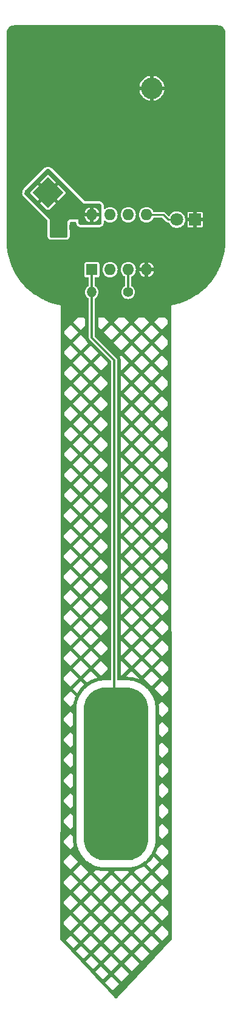
<source format=gbr>
%TF.GenerationSoftware,KiCad,Pcbnew,7.0.8*%
%TF.CreationDate,2024-02-12T20:34:51+01:00*%
%TF.ProjectId,tiny-plant-sensor,74696e79-2d70-46c6-916e-742d73656e73,rev?*%
%TF.SameCoordinates,Original*%
%TF.FileFunction,Copper,L1,Top*%
%TF.FilePolarity,Positive*%
%FSLAX46Y46*%
G04 Gerber Fmt 4.6, Leading zero omitted, Abs format (unit mm)*
G04 Created by KiCad (PCBNEW 7.0.8) date 2024-02-12 20:34:51*
%MOMM*%
%LPD*%
G01*
G04 APERTURE LIST*
G04 Aperture macros list*
%AMRoundRect*
0 Rectangle with rounded corners*
0 $1 Rounding radius*
0 $2 $3 $4 $5 $6 $7 $8 $9 X,Y pos of 4 corners*
0 Add a 4 corners polygon primitive as box body*
4,1,4,$2,$3,$4,$5,$6,$7,$8,$9,$2,$3,0*
0 Add four circle primitives for the rounded corners*
1,1,$1+$1,$2,$3*
1,1,$1+$1,$4,$5*
1,1,$1+$1,$6,$7*
1,1,$1+$1,$8,$9*
0 Add four rect primitives between the rounded corners*
20,1,$1+$1,$2,$3,$4,$5,0*
20,1,$1+$1,$4,$5,$6,$7,0*
20,1,$1+$1,$6,$7,$8,$9,0*
20,1,$1+$1,$8,$9,$2,$3,0*%
%AMRotRect*
0 Rectangle, with rotation*
0 The origin of the aperture is its center*
0 $1 length*
0 $2 width*
0 $3 Rotation angle, in degrees counterclockwise*
0 Add horizontal line*
21,1,$1,$2,0,0,$3*%
G04 Aperture macros list end*
%TA.AperFunction,ComponentPad*%
%ADD10R,1.800000X1.800000*%
%TD*%
%TA.AperFunction,ComponentPad*%
%ADD11C,1.800000*%
%TD*%
%TA.AperFunction,ComponentPad*%
%ADD12R,1.600000X1.600000*%
%TD*%
%TA.AperFunction,ComponentPad*%
%ADD13O,1.600000X1.600000*%
%TD*%
%TA.AperFunction,ComponentPad*%
%ADD14C,1.400000*%
%TD*%
%TA.AperFunction,ComponentPad*%
%ADD15O,1.400000X1.400000*%
%TD*%
%TA.AperFunction,ComponentPad*%
%ADD16RotRect,3.000000X3.000000X45.000000*%
%TD*%
%TA.AperFunction,ComponentPad*%
%ADD17C,3.000000*%
%TD*%
%TA.AperFunction,SMDPad,CuDef*%
%ADD18RoundRect,0.237500X-0.237500X0.300000X-0.237500X-0.300000X0.237500X-0.300000X0.237500X0.300000X0*%
%TD*%
%TA.AperFunction,SMDPad,CuDef*%
%ADD19RoundRect,0.250000X-0.475000X0.337500X-0.475000X-0.337500X0.475000X-0.337500X0.475000X0.337500X0*%
%TD*%
%TA.AperFunction,ViaPad*%
%ADD20C,0.500000*%
%TD*%
%TA.AperFunction,Conductor*%
%ADD21C,0.250000*%
%TD*%
%TA.AperFunction,Conductor*%
%ADD22C,0.300000*%
%TD*%
G04 APERTURE END LIST*
D10*
%TO.P,D101,1,K*%
%TO.N,GND*%
X111275000Y-61000000D03*
D11*
%TO.P,D101,2,A*%
%TO.N,Net-(D101-A)*%
X108735000Y-61000000D03*
%TD*%
D12*
%TO.P,U101,1,~{RESET}/PB5*%
%TO.N,/SENSE*%
X96877338Y-67940937D03*
D13*
%TO.P,U101,2,XTAL1/PB3*%
%TO.N,unconnected-(U101-XTAL1{slash}PB3-Pad2)*%
X99417338Y-67940937D03*
%TO.P,U101,3,XTAL2/PB4*%
%TO.N,Net-(U101-XTAL2{slash}PB4)*%
X101957338Y-67940937D03*
%TO.P,U101,4,GND*%
%TO.N,GND*%
X104497338Y-67940937D03*
%TO.P,U101,5,AREF/PB0*%
%TO.N,Net-(D101-A)*%
X104497338Y-60320937D03*
%TO.P,U101,6,PB1*%
%TO.N,unconnected-(U101-PB1-Pad6)*%
X101957338Y-60320937D03*
%TO.P,U101,7,PB2*%
%TO.N,unconnected-(U101-PB2-Pad7)*%
X99417338Y-60320937D03*
%TO.P,U101,8,VCC*%
%TO.N,+3V0*%
X96877338Y-60320937D03*
%TD*%
D14*
%TO.P,R101,1*%
%TO.N,Net-(U101-XTAL2{slash}PB4)*%
X101948413Y-71073331D03*
D15*
%TO.P,R101,2*%
%TO.N,/SENSE*%
X96868413Y-71073331D03*
%TD*%
D16*
%TO.P,BT101,1,+*%
%TO.N,+3V0*%
X90764609Y-57235390D03*
D17*
%TO.P,BT101,2,-*%
%TO.N,GND*%
X105253227Y-42746772D03*
%TD*%
D18*
%TO.P,C102,1*%
%TO.N,+3V0*%
X94250000Y-60387500D03*
%TO.P,C102,2*%
%TO.N,GND*%
X94250000Y-62112500D03*
%TD*%
D19*
%TO.P,C101,1*%
%TO.N,+3V0*%
X92273950Y-62712500D03*
%TO.P,C101,2*%
%TO.N,GND*%
X92273950Y-64787500D03*
%TD*%
D20*
%TO.N,GND*%
X102000000Y-42000000D03*
X108000000Y-42000000D03*
X111000000Y-42000000D03*
X114000000Y-42000000D03*
X105000000Y-66000000D03*
X90000000Y-63000000D03*
X93000000Y-66000000D03*
X105000000Y-71000000D03*
X108000000Y-66000000D03*
X114000000Y-63000000D03*
X114000000Y-60000000D03*
X111000000Y-69000000D03*
X111000000Y-66000000D03*
X108000000Y-71000000D03*
X108000000Y-69000000D03*
X93000000Y-71000000D03*
X93000000Y-69000000D03*
X90000000Y-69000000D03*
X90000000Y-66000000D03*
X87000000Y-63000000D03*
X87000000Y-66000000D03*
X87000000Y-60000000D03*
X87000000Y-54000000D03*
X87000000Y-57000000D03*
X105000000Y-57000000D03*
X102000000Y-57000000D03*
X108000000Y-57000000D03*
X114000000Y-57000000D03*
X111000000Y-57000000D03*
X105000000Y-54000000D03*
X102000000Y-54000000D03*
X108000000Y-54000000D03*
X114000000Y-54000000D03*
X111000000Y-54000000D03*
X105000000Y-39000000D03*
X102000000Y-39000000D03*
X108000000Y-39000000D03*
X114000000Y-39000000D03*
X111000000Y-39000000D03*
X102000000Y-45000000D03*
X108000000Y-45000000D03*
X114000000Y-45000000D03*
X111000000Y-45000000D03*
X105000000Y-48000000D03*
X102000000Y-48000000D03*
X108000000Y-48000000D03*
X114000000Y-48000000D03*
X111000000Y-48000000D03*
X105000000Y-51000000D03*
X102000000Y-51000000D03*
X108000000Y-51000000D03*
X114000000Y-51000000D03*
X111000000Y-51000000D03*
X99000000Y-51000000D03*
X96000000Y-51000000D03*
X93000000Y-51000000D03*
X90000000Y-51000000D03*
X87000000Y-51000000D03*
X87000000Y-36000000D03*
X99000000Y-36000000D03*
X102000000Y-36000000D03*
X105000000Y-36000000D03*
X108000000Y-36000000D03*
X111000000Y-36000000D03*
X114000000Y-36000000D03*
%TD*%
D21*
%TO.N,Net-(D101-A)*%
X104497338Y-60320937D02*
X106820937Y-60320937D01*
X106820937Y-60320937D02*
X107500000Y-61000000D01*
X107500000Y-61000000D02*
X108735000Y-61000000D01*
D22*
%TO.N,Net-(U101-XTAL2{slash}PB4)*%
X101957338Y-71064406D02*
X101948413Y-71073331D01*
X101957338Y-67940937D02*
X101957338Y-71064406D01*
%TO.N,/SENSE*%
X100000000Y-127250000D02*
X100250000Y-127500000D01*
X96877338Y-67940937D02*
X96877338Y-71064406D01*
X96868413Y-77368413D02*
X100000000Y-80500000D01*
X96877338Y-71064406D02*
X96868413Y-71073331D01*
X96868413Y-71073331D02*
X96868413Y-77368413D01*
X100000000Y-80500000D02*
X100000000Y-127250000D01*
%TD*%
%TA.AperFunction,Conductor*%
%TO.N,+3V0*%
G36*
X90859962Y-53971583D02*
G01*
X90897529Y-53981649D01*
X90981878Y-54016587D01*
X91015562Y-54036035D01*
X91099673Y-54100576D01*
X91107008Y-54107008D01*
X95750000Y-58750000D01*
X97863270Y-58750000D01*
X97886579Y-58751834D01*
X97967572Y-58764662D01*
X98011907Y-58779068D01*
X98074391Y-58810905D01*
X98112106Y-58838306D01*
X98161693Y-58887893D01*
X98189094Y-58925608D01*
X98220931Y-58988092D01*
X98235336Y-59032426D01*
X98248165Y-59113419D01*
X98250000Y-59136729D01*
X98250000Y-61363270D01*
X98248165Y-61386580D01*
X98235336Y-61467573D01*
X98220931Y-61511907D01*
X98189094Y-61574391D01*
X98161693Y-61612106D01*
X98112106Y-61661693D01*
X98074391Y-61689094D01*
X98011907Y-61720931D01*
X97967573Y-61735336D01*
X97886580Y-61748165D01*
X97863270Y-61750000D01*
X95386730Y-61750000D01*
X95363420Y-61748165D01*
X95282426Y-61735336D01*
X95238092Y-61720931D01*
X95175608Y-61689094D01*
X95137893Y-61661693D01*
X95088306Y-61612106D01*
X95060905Y-61574391D01*
X95029068Y-61511907D01*
X95014662Y-61467572D01*
X95000001Y-61375000D01*
X95000000Y-61374993D01*
X95000000Y-61000000D01*
X94625000Y-61000000D01*
X94624995Y-61000000D01*
X93926771Y-61000000D01*
X93750000Y-61000000D01*
X93625005Y-61124994D01*
X93625001Y-61124998D01*
X93624998Y-61125001D01*
X93624994Y-61125005D01*
X93500000Y-61250000D01*
X93500000Y-61426771D01*
X93500000Y-61617271D01*
X93489613Y-61671929D01*
X93484882Y-61683925D01*
X93474500Y-61770381D01*
X93474500Y-62454618D01*
X93484882Y-62541073D01*
X93484882Y-62541075D01*
X93484883Y-62541077D01*
X93489610Y-62553065D01*
X93500000Y-62607727D01*
X93500000Y-63235325D01*
X93497137Y-63264393D01*
X93486752Y-63316602D01*
X93464502Y-63370317D01*
X93443240Y-63402136D01*
X93402136Y-63443240D01*
X93370317Y-63464502D01*
X93316602Y-63486752D01*
X93264393Y-63497137D01*
X93235325Y-63500000D01*
X93000000Y-63500000D01*
X91500000Y-63500000D01*
X91264675Y-63500000D01*
X91235607Y-63497137D01*
X91183397Y-63486752D01*
X91129684Y-63464502D01*
X91117603Y-63456431D01*
X91097863Y-63443240D01*
X91056759Y-63402136D01*
X91048831Y-63390272D01*
X91035495Y-63370313D01*
X91013248Y-63316606D01*
X91002861Y-63264385D01*
X91000000Y-63235325D01*
X91000000Y-61207107D01*
X91000000Y-61000000D01*
X90570937Y-60570937D01*
X95855927Y-60570937D01*
X95902569Y-60724696D01*
X95902572Y-60724703D01*
X96000063Y-60907098D01*
X96000068Y-60907105D01*
X96131283Y-61066991D01*
X96291169Y-61198206D01*
X96291176Y-61198211D01*
X96473571Y-61295702D01*
X96473578Y-61295705D01*
X96627338Y-61342347D01*
X96627338Y-60636623D01*
X96639293Y-60648578D01*
X96752190Y-60706102D01*
X96845857Y-60720937D01*
X96908819Y-60720937D01*
X97002486Y-60706102D01*
X97115383Y-60648578D01*
X97127338Y-60636623D01*
X97127338Y-61342346D01*
X97281097Y-61295705D01*
X97281104Y-61295702D01*
X97463499Y-61198211D01*
X97463506Y-61198206D01*
X97623392Y-61066991D01*
X97754607Y-60907105D01*
X97754612Y-60907098D01*
X97852103Y-60724703D01*
X97852106Y-60724696D01*
X97898749Y-60570937D01*
X97193024Y-60570937D01*
X97204979Y-60558982D01*
X97262503Y-60446085D01*
X97282324Y-60320937D01*
X97262503Y-60195789D01*
X97204979Y-60082892D01*
X97193024Y-60070937D01*
X97898748Y-60070937D01*
X97852106Y-59917177D01*
X97852103Y-59917170D01*
X97754612Y-59734775D01*
X97754607Y-59734768D01*
X97623392Y-59574882D01*
X97463506Y-59443667D01*
X97463498Y-59443662D01*
X97281105Y-59346171D01*
X97281100Y-59346169D01*
X97127338Y-59299524D01*
X97127338Y-60005251D01*
X97115383Y-59993296D01*
X97002486Y-59935772D01*
X96908819Y-59920937D01*
X96845857Y-59920937D01*
X96752190Y-59935772D01*
X96639293Y-59993296D01*
X96627338Y-60005251D01*
X96627338Y-59299524D01*
X96473575Y-59346169D01*
X96473570Y-59346171D01*
X96291177Y-59443662D01*
X96291169Y-59443667D01*
X96131283Y-59574882D01*
X96000068Y-59734768D01*
X96000063Y-59734775D01*
X95902572Y-59917170D01*
X95902569Y-59917177D01*
X95855927Y-60070937D01*
X96561652Y-60070937D01*
X96549697Y-60082892D01*
X96492173Y-60195789D01*
X96472352Y-60320937D01*
X96492173Y-60446085D01*
X96549697Y-60558982D01*
X96561652Y-60570937D01*
X95855927Y-60570937D01*
X90570937Y-60570937D01*
X87607008Y-57607008D01*
X87600576Y-57599673D01*
X87536035Y-57515562D01*
X87516587Y-57481877D01*
X87489237Y-57415848D01*
X87481649Y-57397529D01*
X87471584Y-57359967D01*
X87470807Y-57354064D01*
X87479045Y-57291470D01*
X88343288Y-57291470D01*
X88383804Y-57396053D01*
X88399479Y-57415844D01*
X89315040Y-58331405D01*
X90087412Y-57559031D01*
X90110668Y-57612943D01*
X90215365Y-57753575D01*
X90349671Y-57866272D01*
X90441274Y-57912276D01*
X89668593Y-58684957D01*
X90584150Y-59600514D01*
X90603943Y-59616193D01*
X90708529Y-59656711D01*
X90820689Y-59656711D01*
X90925272Y-59616194D01*
X90945063Y-59600519D01*
X91860624Y-58684958D01*
X91090554Y-57914888D01*
X91103500Y-57910177D01*
X91249982Y-57813835D01*
X91370297Y-57686308D01*
X91443056Y-57560284D01*
X92214177Y-58331405D01*
X93129733Y-57415848D01*
X93129733Y-57415847D01*
X93145412Y-57396055D01*
X93185930Y-57291470D01*
X93185930Y-57179309D01*
X93145413Y-57074726D01*
X93129738Y-57054935D01*
X92214177Y-56139374D01*
X91441804Y-56911746D01*
X91418550Y-56857837D01*
X91313853Y-56717205D01*
X91179547Y-56604508D01*
X91087941Y-56558502D01*
X91860624Y-55785821D01*
X90945067Y-54870265D01*
X90925274Y-54854586D01*
X90820689Y-54814069D01*
X90708529Y-54814069D01*
X90603945Y-54854585D01*
X90584154Y-54870260D01*
X89668593Y-55785821D01*
X90438663Y-56555891D01*
X90425718Y-56560603D01*
X90279236Y-56656945D01*
X90158921Y-56784472D01*
X90086161Y-56910495D01*
X89315040Y-56139374D01*
X88399484Y-57054931D01*
X88399484Y-57054932D01*
X88383805Y-57074724D01*
X88343288Y-57179309D01*
X88343288Y-57291470D01*
X87479045Y-57291470D01*
X87480870Y-57277602D01*
X87536330Y-57143709D01*
X87555250Y-57000000D01*
X87555249Y-56999998D01*
X87556491Y-56990570D01*
X87586004Y-56919316D01*
X87600587Y-56900311D01*
X87606999Y-56893000D01*
X90392999Y-54107000D01*
X90400321Y-54100580D01*
X90484441Y-54036032D01*
X90518118Y-54016589D01*
X90602472Y-53981648D01*
X90640035Y-53971584D01*
X90730555Y-53959667D01*
X90769445Y-53959667D01*
X90859962Y-53971583D01*
G37*
%TD.AperFunction*%
%TD*%
%TA.AperFunction,Conductor*%
%TO.N,/SENSE*%
G36*
X101751735Y-126000098D02*
G01*
X101908642Y-126008909D01*
X102082425Y-126018668D01*
X102089315Y-126019444D01*
X102365833Y-126066426D01*
X102414125Y-126074632D01*
X102420909Y-126076180D01*
X102737491Y-126167386D01*
X102744055Y-126169683D01*
X103048442Y-126295763D01*
X103054690Y-126298773D01*
X103343051Y-126458144D01*
X103348929Y-126461837D01*
X103617634Y-126652495D01*
X103623061Y-126656822D01*
X103868721Y-126876358D01*
X103873641Y-126881278D01*
X104093177Y-127126938D01*
X104097506Y-127132367D01*
X104288158Y-127401065D01*
X104291855Y-127406948D01*
X104451222Y-127695300D01*
X104454241Y-127701569D01*
X104580315Y-128005941D01*
X104582613Y-128012508D01*
X104673819Y-128329090D01*
X104675367Y-128335874D01*
X104730553Y-128660670D01*
X104731332Y-128667585D01*
X104749902Y-128998264D01*
X104750000Y-129001741D01*
X104750000Y-146998258D01*
X104749902Y-147001735D01*
X104731332Y-147332414D01*
X104730553Y-147339329D01*
X104675367Y-147664125D01*
X104673819Y-147670909D01*
X104582613Y-147987491D01*
X104580315Y-147994058D01*
X104454241Y-148298430D01*
X104451222Y-148304699D01*
X104291855Y-148593051D01*
X104288153Y-148598943D01*
X104097515Y-148867621D01*
X104093177Y-148873061D01*
X103873641Y-149118721D01*
X103868721Y-149123641D01*
X103623061Y-149343177D01*
X103617621Y-149347515D01*
X103348943Y-149538153D01*
X103343051Y-149541855D01*
X103054699Y-149701222D01*
X103048430Y-149704241D01*
X102744058Y-149830315D01*
X102737491Y-149832613D01*
X102420909Y-149923819D01*
X102414125Y-149925367D01*
X102089329Y-149980553D01*
X102082414Y-149981332D01*
X101751735Y-149999902D01*
X101748258Y-150000000D01*
X98751742Y-150000000D01*
X98748265Y-149999902D01*
X98417585Y-149981332D01*
X98410670Y-149980553D01*
X98085874Y-149925367D01*
X98079090Y-149923819D01*
X97762508Y-149832613D01*
X97755941Y-149830315D01*
X97563208Y-149750483D01*
X97451565Y-149704239D01*
X97445300Y-149701222D01*
X97156948Y-149541855D01*
X97151065Y-149538158D01*
X96882367Y-149347506D01*
X96876938Y-149343177D01*
X96631278Y-149123641D01*
X96626358Y-149118721D01*
X96406822Y-148873061D01*
X96402495Y-148867634D01*
X96211837Y-148598929D01*
X96208144Y-148593051D01*
X96048773Y-148304690D01*
X96045763Y-148298442D01*
X95919683Y-147994055D01*
X95917386Y-147987491D01*
X95826180Y-147670909D01*
X95824632Y-147664125D01*
X95816426Y-147615833D01*
X95769444Y-147339315D01*
X95768668Y-147332425D01*
X95758909Y-147158642D01*
X95750098Y-147001735D01*
X95750000Y-146998258D01*
X95750000Y-129001741D01*
X95750098Y-128998264D01*
X95758035Y-128856916D01*
X95768668Y-128667572D01*
X95769444Y-128660686D01*
X95824632Y-128335873D01*
X95826180Y-128329090D01*
X95917386Y-128012508D01*
X95919680Y-128005950D01*
X96045766Y-127701550D01*
X96048769Y-127695315D01*
X96208149Y-127406939D01*
X96211832Y-127401077D01*
X96402501Y-127132355D01*
X96406811Y-127126950D01*
X96626360Y-126881275D01*
X96631278Y-126876358D01*
X96876950Y-126656811D01*
X96882355Y-126652501D01*
X97151077Y-126461832D01*
X97156939Y-126458149D01*
X97445315Y-126298769D01*
X97451550Y-126295766D01*
X97755950Y-126169680D01*
X97762502Y-126167387D01*
X98079094Y-126076179D01*
X98085874Y-126074632D01*
X98410686Y-126019444D01*
X98417572Y-126018668D01*
X98598408Y-126008513D01*
X98748265Y-126000098D01*
X98751742Y-126000000D01*
X101748258Y-126000000D01*
X101751735Y-126000098D01*
G37*
%TD.AperFunction*%
%TD*%
%TA.AperFunction,Conductor*%
%TO.N,GND*%
G36*
X96467913Y-77431842D02*
G01*
X96467914Y-77431852D01*
X96474759Y-77452920D01*
X96479300Y-77471831D01*
X96482767Y-77493717D01*
X96482768Y-77493720D01*
X96492825Y-77513458D01*
X96500270Y-77531431D01*
X96507117Y-77552503D01*
X96520139Y-77570427D01*
X96530303Y-77587013D01*
X96540363Y-77606755D01*
X96561277Y-77627669D01*
X96561306Y-77627700D01*
X99563181Y-80629574D01*
X99596666Y-80690897D01*
X99599500Y-80717255D01*
X99599500Y-124870500D01*
X99579815Y-124937539D01*
X99527011Y-124983294D01*
X99475500Y-124994500D01*
X98737575Y-124994500D01*
X98705905Y-124995393D01*
X98347109Y-125015541D01*
X98318992Y-125017913D01*
X98284078Y-125021846D01*
X98260100Y-125025232D01*
X98256157Y-125025789D01*
X97903559Y-125085698D01*
X97875928Y-125091193D01*
X97841651Y-125099015D01*
X97814306Y-125106067D01*
X97579012Y-125173854D01*
X97470582Y-125205092D01*
X97443684Y-125213666D01*
X97410509Y-125225276D01*
X97384180Y-125235326D01*
X97053723Y-125372205D01*
X97039486Y-125378576D01*
X97027953Y-125383738D01*
X96996305Y-125398981D01*
X96971268Y-125411916D01*
X96658225Y-125584929D01*
X96633949Y-125599249D01*
X96604203Y-125617937D01*
X96580733Y-125633619D01*
X96289006Y-125840611D01*
X96266485Y-125857559D01*
X96239027Y-125879454D01*
X96217460Y-125897665D01*
X95950768Y-126135997D01*
X95930309Y-126155337D01*
X95905444Y-126180196D01*
X95886032Y-126200728D01*
X95647664Y-126467461D01*
X95629454Y-126489027D01*
X95607559Y-126516485D01*
X95590611Y-126539006D01*
X95383619Y-126830733D01*
X95367937Y-126854203D01*
X95349249Y-126883949D01*
X95334929Y-126908225D01*
X95169985Y-127206668D01*
X95161916Y-127221268D01*
X95148981Y-127246305D01*
X95133738Y-127277953D01*
X95122205Y-127303723D01*
X95122193Y-127303753D01*
X94985327Y-127634181D01*
X94985312Y-127634217D01*
X94975236Y-127660616D01*
X94963630Y-127693795D01*
X94955081Y-127720622D01*
X94856072Y-128064289D01*
X94849024Y-128091613D01*
X94841200Y-128125896D01*
X94835700Y-128153548D01*
X94775791Y-128506149D01*
X94775789Y-128506158D01*
X94771846Y-128534078D01*
X94767913Y-128568992D01*
X94765541Y-128597109D01*
X94745393Y-128955904D01*
X94744500Y-128987574D01*
X94744500Y-147012425D01*
X94745393Y-147044095D01*
X94765540Y-147402871D01*
X94767907Y-147430956D01*
X94771442Y-147462340D01*
X94771841Y-147465876D01*
X94775787Y-147493829D01*
X94835699Y-147846443D01*
X94841195Y-147874079D01*
X94849018Y-147908362D01*
X94856070Y-147935702D01*
X94955090Y-148279407D01*
X94963658Y-148306290D01*
X94975272Y-148339476D01*
X94981488Y-148355763D01*
X94985326Y-148365817D01*
X95012683Y-148431863D01*
X95122212Y-148696291D01*
X95133765Y-148722105D01*
X95149017Y-148753764D01*
X95149018Y-148753765D01*
X95161931Y-148778758D01*
X95246499Y-148931772D01*
X95334922Y-149091762D01*
X95349241Y-149116037D01*
X95367940Y-149145799D01*
X95383624Y-149169274D01*
X95572068Y-149434858D01*
X95590597Y-149460972D01*
X95607525Y-149483468D01*
X95629436Y-149510949D01*
X95647665Y-149532540D01*
X95886012Y-149799248D01*
X95905389Y-149819744D01*
X95930255Y-149844610D01*
X95950751Y-149863987D01*
X96217447Y-150102322D01*
X96217451Y-150102326D01*
X96239024Y-150120541D01*
X96266506Y-150142455D01*
X96289021Y-150159399D01*
X96580700Y-150366357D01*
X96604129Y-150382012D01*
X96633894Y-150400717D01*
X96658212Y-150415063D01*
X96971265Y-150588082D01*
X96996323Y-150601027D01*
X96996331Y-150601031D01*
X97028007Y-150616285D01*
X97053750Y-150627804D01*
X97384180Y-150764672D01*
X97410523Y-150774728D01*
X97422137Y-150778791D01*
X97443713Y-150786342D01*
X97470594Y-150794910D01*
X97814297Y-150893929D01*
X97841637Y-150900981D01*
X97875920Y-150908804D01*
X97903555Y-150914300D01*
X98256149Y-150974209D01*
X98284089Y-150978153D01*
X98301561Y-150980121D01*
X98319033Y-150982090D01*
X98347130Y-150984460D01*
X98705904Y-151004607D01*
X98737575Y-151005500D01*
X101762425Y-151005500D01*
X101794096Y-151004607D01*
X102152869Y-150984460D01*
X102180966Y-150982090D01*
X102198437Y-150980121D01*
X102215910Y-150978153D01*
X102243850Y-150974209D01*
X102596444Y-150914300D01*
X102624079Y-150908804D01*
X102658362Y-150900981D01*
X102685702Y-150893929D01*
X103029405Y-150794910D01*
X103056286Y-150786342D01*
X103089475Y-150774728D01*
X103115818Y-150764672D01*
X103446246Y-150627806D01*
X103471994Y-150616284D01*
X103503678Y-150601027D01*
X103528736Y-150588080D01*
X103604400Y-150546262D01*
X104525110Y-150546262D01*
X105239139Y-151260291D01*
X106301214Y-150198216D01*
X105537856Y-149434858D01*
X105526556Y-149451772D01*
X105311514Y-149754843D01*
X105286166Y-149788527D01*
X105255532Y-149826942D01*
X105228309Y-149859181D01*
X104980660Y-150136301D01*
X104951685Y-150166947D01*
X104916947Y-150201685D01*
X104886301Y-150230660D01*
X104609181Y-150478309D01*
X104576942Y-150505532D01*
X104538527Y-150536166D01*
X104525110Y-150546262D01*
X103604400Y-150546262D01*
X103841769Y-150415073D01*
X103866053Y-150400748D01*
X103866102Y-150400717D01*
X103895829Y-150382040D01*
X103919292Y-150366363D01*
X104210972Y-150159404D01*
X104233497Y-150142453D01*
X104260990Y-150120529D01*
X104282553Y-150102322D01*
X104549248Y-149863987D01*
X104569744Y-149844610D01*
X104594610Y-149819744D01*
X104613987Y-149799248D01*
X104852322Y-149532553D01*
X104870529Y-149510990D01*
X104892453Y-149483497D01*
X104909404Y-149460972D01*
X104927933Y-149434858D01*
X105116363Y-149169292D01*
X105132040Y-149145829D01*
X105150748Y-149116053D01*
X105165073Y-149091769D01*
X105224164Y-148984852D01*
X105792128Y-148984852D01*
X106653352Y-149846076D01*
X107498719Y-149000709D01*
X107498618Y-148567192D01*
X106653352Y-147721926D01*
X106049926Y-148325352D01*
X106021513Y-148423981D01*
X106008701Y-148464179D01*
X105992471Y-148510556D01*
X105977435Y-148549943D01*
X105835224Y-148893277D01*
X105817998Y-148931772D01*
X105796678Y-148976048D01*
X105792128Y-148984852D01*
X105224164Y-148984852D01*
X105338080Y-148778736D01*
X105350982Y-148753765D01*
X105351027Y-148753678D01*
X105366284Y-148721994D01*
X105377806Y-148696246D01*
X105473930Y-148464179D01*
X105514672Y-148365818D01*
X105524728Y-148339475D01*
X105536342Y-148306286D01*
X105544910Y-148279405D01*
X105643929Y-147935702D01*
X105650981Y-147908362D01*
X105658804Y-147874079D01*
X105664300Y-147846444D01*
X105724209Y-147493850D01*
X105728153Y-147465910D01*
X105732090Y-147430965D01*
X105734460Y-147402868D01*
X105754607Y-147044096D01*
X105755500Y-147012425D01*
X105755500Y-146617797D01*
X106253500Y-146617797D01*
X106653352Y-147017649D01*
X107498064Y-146172937D01*
X107497963Y-145738110D01*
X106653353Y-144893500D01*
X106253500Y-145293353D01*
X106253500Y-146617797D01*
X105755500Y-146617797D01*
X105755500Y-143789370D01*
X106253500Y-143789370D01*
X106653352Y-144189222D01*
X107497409Y-143345165D01*
X107497307Y-142909027D01*
X106653353Y-142065073D01*
X106253500Y-142464926D01*
X106253500Y-143789370D01*
X105755500Y-143789370D01*
X105755500Y-140960943D01*
X106253500Y-140960943D01*
X106653352Y-141360795D01*
X107496754Y-140517393D01*
X107496652Y-140079945D01*
X106653353Y-139236646D01*
X106253500Y-139636499D01*
X106253500Y-140960943D01*
X105755500Y-140960943D01*
X105755500Y-138132516D01*
X106253500Y-138132516D01*
X106653352Y-138532368D01*
X107496100Y-137689620D01*
X107495997Y-137250863D01*
X106653353Y-136408219D01*
X106253500Y-136808072D01*
X106253500Y-138132516D01*
X105755500Y-138132516D01*
X105755500Y-135304089D01*
X106253500Y-135304089D01*
X106653352Y-135703941D01*
X107495445Y-134861848D01*
X107495342Y-134421781D01*
X106653353Y-133579792D01*
X106253500Y-133979645D01*
X106253500Y-135304089D01*
X105755500Y-135304089D01*
X105755500Y-132475661D01*
X106253500Y-132475661D01*
X106653353Y-132875514D01*
X107494790Y-132034076D01*
X107494687Y-131592699D01*
X106653353Y-130751365D01*
X106253500Y-131151218D01*
X106253500Y-132475661D01*
X105755500Y-132475661D01*
X105755500Y-128987574D01*
X105754607Y-128955903D01*
X105734460Y-128597131D01*
X105732090Y-128569034D01*
X105728153Y-128534089D01*
X105724209Y-128506149D01*
X105701087Y-128370065D01*
X106206223Y-128370065D01*
X106216342Y-128429617D01*
X106222241Y-128471394D01*
X106227741Y-128520223D01*
X106231284Y-128562237D01*
X106252213Y-128934919D01*
X106253500Y-128980554D01*
X106253500Y-129647234D01*
X106653352Y-130047086D01*
X107494135Y-129206303D01*
X107494032Y-128763616D01*
X106653352Y-127922937D01*
X106206223Y-128370065D01*
X105701087Y-128370065D01*
X105664300Y-128153555D01*
X105658804Y-128125920D01*
X105650981Y-128091637D01*
X105643929Y-128064297D01*
X105544910Y-127720594D01*
X105536342Y-127693713D01*
X105524728Y-127660524D01*
X105514672Y-127634181D01*
X105377806Y-127303753D01*
X105366284Y-127278005D01*
X105351027Y-127246322D01*
X105351027Y-127246321D01*
X105338080Y-127221263D01*
X105165063Y-126908212D01*
X105150717Y-126883894D01*
X105132012Y-126854129D01*
X105116357Y-126830700D01*
X104909399Y-126539021D01*
X104892455Y-126516506D01*
X104870544Y-126489028D01*
X104870542Y-126489025D01*
X104852327Y-126467452D01*
X104613987Y-126200751D01*
X104594610Y-126180255D01*
X104570940Y-126156585D01*
X105591278Y-126156585D01*
X106653352Y-127218659D01*
X107493480Y-126378531D01*
X107493377Y-125934534D01*
X106653353Y-125094510D01*
X105591278Y-126156585D01*
X104570940Y-126156585D01*
X104569744Y-126155389D01*
X104549248Y-126136012D01*
X104282540Y-125897665D01*
X104260949Y-125879436D01*
X104233468Y-125857525D01*
X104210972Y-125840597D01*
X104110506Y-125769312D01*
X103919274Y-125633624D01*
X103895799Y-125617940D01*
X103866037Y-125599241D01*
X103841762Y-125584922D01*
X103833227Y-125580205D01*
X103528758Y-125411931D01*
X103515844Y-125405258D01*
X103503764Y-125399017D01*
X103472105Y-125383765D01*
X103446291Y-125372212D01*
X103446274Y-125372205D01*
X103115817Y-125235326D01*
X103105763Y-125231488D01*
X103089476Y-125225272D01*
X103056290Y-125213658D01*
X103029407Y-125205090D01*
X102685702Y-125106070D01*
X102658362Y-125099018D01*
X102624079Y-125091195D01*
X102596443Y-125085699D01*
X102243829Y-125025787D01*
X102215876Y-125021841D01*
X102212340Y-125021442D01*
X102180956Y-125017907D01*
X102152871Y-125015540D01*
X101794095Y-124995393D01*
X101762425Y-124994500D01*
X100524500Y-124994500D01*
X100457461Y-124974815D01*
X100411706Y-124922011D01*
X100400500Y-124870500D01*
X100400500Y-124496500D01*
X101594509Y-124496500D01*
X101769445Y-124496500D01*
X101815078Y-124497787D01*
X102187759Y-124518714D01*
X102229757Y-124522256D01*
X102278567Y-124527753D01*
X102320361Y-124533654D01*
X102686739Y-124595904D01*
X102728062Y-124604122D01*
X102775972Y-124615054D01*
X102816854Y-124625600D01*
X103173978Y-124728486D01*
X103214183Y-124741299D01*
X103260554Y-124757528D01*
X103299934Y-124772559D01*
X103400813Y-124814344D01*
X103472785Y-124742372D01*
X104177064Y-124742372D01*
X105239139Y-125804447D01*
X106301214Y-124742372D01*
X105239139Y-123680297D01*
X104177064Y-124742372D01*
X103472785Y-124742372D01*
X103472786Y-124742371D01*
X102410712Y-123680297D01*
X101594509Y-124496500D01*
X100400500Y-124496500D01*
X100400500Y-124292234D01*
X100898500Y-124292234D01*
X100996498Y-124390232D01*
X102058573Y-123328158D01*
X102762851Y-123328158D01*
X103824926Y-124390233D01*
X104887001Y-123328158D01*
X105591278Y-123328158D01*
X106653352Y-124390232D01*
X107492825Y-123550759D01*
X107492721Y-123105451D01*
X106653353Y-122266083D01*
X105591278Y-123328158D01*
X104887001Y-123328158D01*
X103824926Y-122266083D01*
X102762851Y-123328158D01*
X102058573Y-123328158D01*
X100996498Y-122266083D01*
X100898500Y-122364082D01*
X100898500Y-124292234D01*
X100400500Y-124292234D01*
X100400500Y-121913945D01*
X101348637Y-121913945D01*
X102410712Y-122976020D01*
X103472787Y-121913945D01*
X104177064Y-121913945D01*
X105239139Y-122976020D01*
X106301214Y-121913945D01*
X105239139Y-120851870D01*
X104177064Y-121913945D01*
X103472787Y-121913945D01*
X102410712Y-120851870D01*
X101348637Y-121913945D01*
X100400500Y-121913945D01*
X100400500Y-121463807D01*
X100898500Y-121463807D01*
X100996498Y-121561805D01*
X102058573Y-120499731D01*
X102762851Y-120499731D01*
X103824926Y-121561806D01*
X104887001Y-120499731D01*
X105591278Y-120499731D01*
X106653352Y-121561805D01*
X107492171Y-120722987D01*
X107492066Y-120276369D01*
X106653353Y-119437656D01*
X105591278Y-120499731D01*
X104887001Y-120499731D01*
X103824926Y-119437656D01*
X102762851Y-120499731D01*
X102058573Y-120499731D01*
X100996498Y-119437656D01*
X100898500Y-119535655D01*
X100898500Y-121463807D01*
X100400500Y-121463807D01*
X100400500Y-119085517D01*
X101348637Y-119085517D01*
X102410712Y-120147592D01*
X103472786Y-119085517D01*
X104177064Y-119085517D01*
X105239139Y-120147592D01*
X106301213Y-119085517D01*
X105239139Y-118023443D01*
X104177064Y-119085517D01*
X103472786Y-119085517D01*
X102410712Y-118023443D01*
X101348637Y-119085517D01*
X100400500Y-119085517D01*
X100400500Y-118635380D01*
X100898500Y-118635380D01*
X100996498Y-118733378D01*
X102058573Y-117671304D01*
X102762851Y-117671304D01*
X103824926Y-118733379D01*
X104887001Y-117671304D01*
X105591278Y-117671304D01*
X106653352Y-118733378D01*
X107491516Y-117895214D01*
X107491411Y-117447287D01*
X106653353Y-116609229D01*
X105591278Y-117671304D01*
X104887001Y-117671304D01*
X103824926Y-116609229D01*
X102762851Y-117671304D01*
X102058573Y-117671304D01*
X100996498Y-116609229D01*
X100898500Y-116707228D01*
X100898500Y-118635380D01*
X100400500Y-118635380D01*
X100400500Y-116257090D01*
X101348637Y-116257090D01*
X102410712Y-117319165D01*
X103472786Y-116257090D01*
X104177064Y-116257090D01*
X105239139Y-117319165D01*
X106301213Y-116257090D01*
X105239139Y-115195015D01*
X104177064Y-116257090D01*
X103472786Y-116257090D01*
X102410712Y-115195015D01*
X101348637Y-116257090D01*
X100400500Y-116257090D01*
X100400500Y-115806953D01*
X100898500Y-115806953D01*
X100996498Y-115904951D01*
X102058573Y-114842877D01*
X102762851Y-114842877D01*
X103824926Y-115904952D01*
X104887001Y-114842877D01*
X105591278Y-114842877D01*
X106653352Y-115904951D01*
X107490861Y-115067442D01*
X107490756Y-114618205D01*
X106653353Y-113780802D01*
X105591278Y-114842877D01*
X104887001Y-114842877D01*
X103824926Y-113780802D01*
X102762851Y-114842877D01*
X102058573Y-114842877D01*
X100996498Y-113780802D01*
X100898500Y-113878801D01*
X100898500Y-115806953D01*
X100400500Y-115806953D01*
X100400500Y-113428663D01*
X101348637Y-113428663D01*
X102410712Y-114490738D01*
X103472787Y-113428663D01*
X104177064Y-113428663D01*
X105239139Y-114490738D01*
X106301214Y-113428663D01*
X105239139Y-112366588D01*
X104177064Y-113428663D01*
X103472787Y-113428663D01*
X102410712Y-112366588D01*
X101348637Y-113428663D01*
X100400500Y-113428663D01*
X100400500Y-112978526D01*
X100898500Y-112978526D01*
X100996498Y-113076524D01*
X102058573Y-112014450D01*
X102762851Y-112014450D01*
X103824926Y-113076525D01*
X104887001Y-112014450D01*
X105591278Y-112014450D01*
X106653352Y-113076524D01*
X107490206Y-112239670D01*
X107490101Y-111789123D01*
X106653353Y-110952375D01*
X105591278Y-112014450D01*
X104887001Y-112014450D01*
X103824926Y-110952375D01*
X102762851Y-112014450D01*
X102058573Y-112014450D01*
X100996498Y-110952375D01*
X100898500Y-111050374D01*
X100898500Y-112978526D01*
X100400500Y-112978526D01*
X100400500Y-110600236D01*
X101348637Y-110600236D01*
X102410712Y-111662311D01*
X103472787Y-110600236D01*
X104177064Y-110600236D01*
X105239139Y-111662311D01*
X106301214Y-110600236D01*
X105239139Y-109538161D01*
X104177064Y-110600236D01*
X103472787Y-110600236D01*
X102410712Y-109538161D01*
X101348637Y-110600236D01*
X100400500Y-110600236D01*
X100400500Y-110150098D01*
X100898500Y-110150098D01*
X100996499Y-110248097D01*
X102058573Y-109186022D01*
X102762851Y-109186022D01*
X103824926Y-110248097D01*
X104887000Y-109186022D01*
X105591278Y-109186022D01*
X106653352Y-110248097D01*
X107489551Y-109411898D01*
X107489446Y-108960041D01*
X106653353Y-108123948D01*
X105591278Y-109186022D01*
X104887000Y-109186022D01*
X103824926Y-108123948D01*
X102762851Y-109186022D01*
X102058573Y-109186022D01*
X100996498Y-108123948D01*
X100898500Y-108221947D01*
X100898500Y-110150098D01*
X100400500Y-110150098D01*
X100400500Y-107771809D01*
X101348637Y-107771809D01*
X102410712Y-108833884D01*
X103472787Y-107771809D01*
X104177064Y-107771809D01*
X105239139Y-108833884D01*
X106301214Y-107771809D01*
X105239139Y-106709734D01*
X104177064Y-107771809D01*
X103472787Y-107771809D01*
X102410712Y-106709734D01*
X101348637Y-107771809D01*
X100400500Y-107771809D01*
X100400500Y-107321671D01*
X100898500Y-107321671D01*
X100996498Y-107419669D01*
X102058573Y-106357595D01*
X102762851Y-106357595D01*
X103824926Y-107419670D01*
X104887000Y-106357595D01*
X105591278Y-106357595D01*
X106653352Y-107419669D01*
X107488896Y-106584125D01*
X107488791Y-106130958D01*
X106653353Y-105295520D01*
X105591278Y-106357595D01*
X104887000Y-106357595D01*
X103824926Y-105295520D01*
X102762851Y-106357595D01*
X102058573Y-106357595D01*
X100996498Y-105295520D01*
X100898500Y-105393519D01*
X100898500Y-107321671D01*
X100400500Y-107321671D01*
X100400500Y-104943382D01*
X101348637Y-104943382D01*
X102410712Y-106005457D01*
X103472787Y-104943382D01*
X104177064Y-104943382D01*
X105239139Y-106005457D01*
X106301214Y-104943382D01*
X105239139Y-103881307D01*
X104177064Y-104943382D01*
X103472787Y-104943382D01*
X102410712Y-103881307D01*
X101348637Y-104943382D01*
X100400500Y-104943382D01*
X100400500Y-104493244D01*
X100898500Y-104493244D01*
X100996498Y-104591242D01*
X102058573Y-103529168D01*
X102762851Y-103529168D01*
X103824926Y-104591243D01*
X104887001Y-103529168D01*
X105591278Y-103529168D01*
X106653352Y-104591242D01*
X107488241Y-103756353D01*
X107488135Y-103301875D01*
X106653353Y-102467093D01*
X105591278Y-103529168D01*
X104887001Y-103529168D01*
X103824926Y-102467093D01*
X102762851Y-103529168D01*
X102058573Y-103529168D01*
X100996498Y-102467093D01*
X100898500Y-102565092D01*
X100898500Y-104493244D01*
X100400500Y-104493244D01*
X100400500Y-102114955D01*
X101348637Y-102114955D01*
X102410712Y-103177030D01*
X103472787Y-102114955D01*
X104177064Y-102114955D01*
X105239139Y-103177030D01*
X106301214Y-102114955D01*
X105239139Y-101052880D01*
X104177064Y-102114955D01*
X103472787Y-102114955D01*
X102410712Y-101052880D01*
X101348637Y-102114955D01*
X100400500Y-102114955D01*
X100400500Y-101664817D01*
X100898500Y-101664817D01*
X100996498Y-101762815D01*
X102058573Y-100700741D01*
X102762851Y-100700741D01*
X103824926Y-101762816D01*
X104887001Y-100700741D01*
X105591278Y-100700741D01*
X106653352Y-101762815D01*
X107487587Y-100928580D01*
X107487480Y-100472793D01*
X106653353Y-99638666D01*
X105591278Y-100700741D01*
X104887001Y-100700741D01*
X103824926Y-99638666D01*
X102762851Y-100700741D01*
X102058573Y-100700741D01*
X100996498Y-99638666D01*
X100898500Y-99736665D01*
X100898500Y-101664817D01*
X100400500Y-101664817D01*
X100400500Y-99286528D01*
X101348637Y-99286528D01*
X102410712Y-100348603D01*
X103472787Y-99286528D01*
X104177064Y-99286528D01*
X105239139Y-100348603D01*
X106301214Y-99286528D01*
X105239139Y-98224453D01*
X104177064Y-99286528D01*
X103472787Y-99286528D01*
X102410712Y-98224453D01*
X101348637Y-99286528D01*
X100400500Y-99286528D01*
X100400500Y-98836390D01*
X100898500Y-98836390D01*
X100996498Y-98934388D01*
X102058573Y-97872314D01*
X102762851Y-97872314D01*
X103824926Y-98934389D01*
X104887001Y-97872314D01*
X105591278Y-97872314D01*
X106653352Y-98934388D01*
X107486932Y-98100808D01*
X107486825Y-97643711D01*
X106653353Y-96810239D01*
X105591278Y-97872314D01*
X104887001Y-97872314D01*
X103824926Y-96810239D01*
X102762851Y-97872314D01*
X102058573Y-97872314D01*
X100996498Y-96810239D01*
X100898500Y-96908238D01*
X100898500Y-98836390D01*
X100400500Y-98836390D01*
X100400500Y-96458100D01*
X101348637Y-96458100D01*
X102410712Y-97520175D01*
X103472786Y-96458100D01*
X104177064Y-96458100D01*
X105239139Y-97520175D01*
X106301213Y-96458100D01*
X105239139Y-95396026D01*
X104177064Y-96458100D01*
X103472786Y-96458100D01*
X102410712Y-95396026D01*
X101348637Y-96458100D01*
X100400500Y-96458100D01*
X100400500Y-96007963D01*
X100898500Y-96007963D01*
X100996498Y-96105961D01*
X102058573Y-95043887D01*
X102762851Y-95043887D01*
X103824926Y-96105962D01*
X104887001Y-95043887D01*
X105591278Y-95043887D01*
X106653352Y-96105961D01*
X107486277Y-95273036D01*
X107486170Y-94814629D01*
X106653353Y-93981812D01*
X105591278Y-95043887D01*
X104887001Y-95043887D01*
X103824926Y-93981812D01*
X102762851Y-95043887D01*
X102058573Y-95043887D01*
X100996498Y-93981812D01*
X100898500Y-94079811D01*
X100898500Y-96007963D01*
X100400500Y-96007963D01*
X100400500Y-93629673D01*
X101348637Y-93629673D01*
X102410712Y-94691748D01*
X103472786Y-93629673D01*
X104177064Y-93629673D01*
X105239139Y-94691748D01*
X106301213Y-93629673D01*
X105239139Y-92567598D01*
X104177064Y-93629673D01*
X103472786Y-93629673D01*
X102410712Y-92567598D01*
X101348637Y-93629673D01*
X100400500Y-93629673D01*
X100400500Y-93179536D01*
X100898500Y-93179536D01*
X100996498Y-93277534D01*
X102058573Y-92215460D01*
X102762851Y-92215460D01*
X103824926Y-93277535D01*
X104887001Y-92215460D01*
X105591278Y-92215460D01*
X106653352Y-93277534D01*
X107485622Y-92445264D01*
X107485515Y-91985547D01*
X106653353Y-91153385D01*
X105591278Y-92215460D01*
X104887001Y-92215460D01*
X103824926Y-91153385D01*
X102762851Y-92215460D01*
X102058573Y-92215460D01*
X100996498Y-91153385D01*
X100898500Y-91251384D01*
X100898500Y-93179536D01*
X100400500Y-93179536D01*
X100400500Y-90801246D01*
X101348637Y-90801246D01*
X102410712Y-91863321D01*
X103472787Y-90801246D01*
X104177064Y-90801246D01*
X105239139Y-91863321D01*
X106301214Y-90801246D01*
X105239139Y-89739171D01*
X104177064Y-90801246D01*
X103472787Y-90801246D01*
X102410712Y-89739171D01*
X101348637Y-90801246D01*
X100400500Y-90801246D01*
X100400500Y-90351109D01*
X100898500Y-90351109D01*
X100996498Y-90449107D01*
X102058573Y-89387033D01*
X102762851Y-89387033D01*
X103824926Y-90449108D01*
X104887001Y-89387033D01*
X105591278Y-89387033D01*
X106653352Y-90449107D01*
X107484967Y-89617492D01*
X107484860Y-89156465D01*
X106653353Y-88324958D01*
X105591278Y-89387033D01*
X104887001Y-89387033D01*
X103824926Y-88324958D01*
X102762851Y-89387033D01*
X102058573Y-89387033D01*
X100996498Y-88324958D01*
X100898500Y-88422957D01*
X100898500Y-90351109D01*
X100400500Y-90351109D01*
X100400500Y-87972819D01*
X101348637Y-87972819D01*
X102410712Y-89034894D01*
X103472787Y-87972819D01*
X104177064Y-87972819D01*
X105239139Y-89034894D01*
X106301214Y-87972819D01*
X105239139Y-86910744D01*
X104177064Y-87972819D01*
X103472787Y-87972819D01*
X102410712Y-86910744D01*
X101348637Y-87972819D01*
X100400500Y-87972819D01*
X100400500Y-87522681D01*
X100898500Y-87522681D01*
X100996499Y-87620680D01*
X102058573Y-86558605D01*
X102762851Y-86558605D01*
X103824926Y-87620680D01*
X104887000Y-86558605D01*
X105591278Y-86558605D01*
X106653352Y-87620679D01*
X107484312Y-86789719D01*
X107484205Y-86327383D01*
X106653353Y-85496531D01*
X105591278Y-86558605D01*
X104887000Y-86558605D01*
X103824926Y-85496531D01*
X102762851Y-86558605D01*
X102058573Y-86558605D01*
X100996498Y-85496531D01*
X100898500Y-85594530D01*
X100898500Y-87522681D01*
X100400500Y-87522681D01*
X100400500Y-85144392D01*
X101348637Y-85144392D01*
X102410712Y-86206467D01*
X103472787Y-85144392D01*
X104177064Y-85144392D01*
X105239139Y-86206467D01*
X106301214Y-85144392D01*
X105239139Y-84082317D01*
X104177064Y-85144392D01*
X103472787Y-85144392D01*
X102410712Y-84082317D01*
X101348637Y-85144392D01*
X100400500Y-85144392D01*
X100400500Y-84694254D01*
X100898500Y-84694254D01*
X100996498Y-84792252D01*
X102058573Y-83730178D01*
X102762851Y-83730178D01*
X103824926Y-84792253D01*
X104887000Y-83730178D01*
X105591278Y-83730178D01*
X106653352Y-84792252D01*
X107483658Y-83961947D01*
X107483549Y-83498300D01*
X106653352Y-82668103D01*
X105591278Y-83730178D01*
X104887000Y-83730178D01*
X103824926Y-82668103D01*
X102762851Y-83730178D01*
X102058573Y-83730178D01*
X100996498Y-82668103D01*
X100898500Y-82766102D01*
X100898500Y-84694254D01*
X100400500Y-84694254D01*
X100400500Y-82315965D01*
X101348637Y-82315965D01*
X102410712Y-83378040D01*
X103472787Y-82315965D01*
X104177064Y-82315965D01*
X105239139Y-83378040D01*
X106301214Y-82315965D01*
X105239139Y-81253890D01*
X104177064Y-82315965D01*
X103472787Y-82315965D01*
X102410712Y-81253890D01*
X101348637Y-82315965D01*
X100400500Y-82315965D01*
X100400500Y-80436569D01*
X100400500Y-80436567D01*
X100393653Y-80415497D01*
X100389111Y-80396577D01*
X100387315Y-80385237D01*
X100385646Y-80374696D01*
X100375584Y-80354949D01*
X100368140Y-80336976D01*
X100368118Y-80336909D01*
X100361296Y-80315911D01*
X100355764Y-80308297D01*
X100348274Y-80297987D01*
X100338108Y-80281398D01*
X100334874Y-80275051D01*
X100328050Y-80261658D01*
X100307398Y-80241006D01*
X100307380Y-80240986D01*
X100118446Y-80052052D01*
X100784121Y-80052052D01*
X100792647Y-80065964D01*
X100795028Y-80070217D01*
X100815016Y-80109450D01*
X100817055Y-80113873D01*
X100826434Y-80136519D01*
X100828120Y-80141087D01*
X100832669Y-80155092D01*
X100839360Y-80168221D01*
X100841399Y-80172644D01*
X100850781Y-80195293D01*
X100852467Y-80199863D01*
X100866075Y-80241742D01*
X100867397Y-80246429D01*
X100873121Y-80270271D01*
X100874072Y-80275051D01*
X100876376Y-80289601D01*
X100880928Y-80303611D01*
X100882249Y-80308297D01*
X100887973Y-80332131D01*
X100888923Y-80336909D01*
X100895812Y-80380402D01*
X100896384Y-80385237D01*
X100898309Y-80409681D01*
X100898500Y-80414548D01*
X100898500Y-81865827D01*
X100996498Y-81963825D01*
X102058573Y-80901751D01*
X102762851Y-80901751D01*
X103824926Y-81963826D01*
X104887001Y-80901751D01*
X105591278Y-80901751D01*
X106653352Y-81963825D01*
X107483003Y-81134174D01*
X107482894Y-80669217D01*
X106653353Y-79839676D01*
X105591278Y-80901751D01*
X104887001Y-80901751D01*
X103824926Y-79839676D01*
X102762851Y-80901751D01*
X102058573Y-80901751D01*
X100996498Y-79839675D01*
X100784121Y-80052052D01*
X100118446Y-80052052D01*
X99553932Y-79487538D01*
X101348637Y-79487538D01*
X102410712Y-80549613D01*
X103472787Y-79487538D01*
X104177064Y-79487538D01*
X105239139Y-80549613D01*
X106301214Y-79487538D01*
X105239139Y-78425463D01*
X104177064Y-79487538D01*
X103472787Y-79487538D01*
X102410712Y-78425463D01*
X101348637Y-79487538D01*
X99553932Y-79487538D01*
X98139718Y-78073324D01*
X99934424Y-78073324D01*
X100996498Y-79135398D01*
X102058573Y-78073324D01*
X102762851Y-78073324D01*
X103824926Y-79135399D01*
X104887001Y-78073324D01*
X105591278Y-78073324D01*
X106653352Y-79135398D01*
X107482348Y-78306402D01*
X107482239Y-77840135D01*
X106653353Y-77011249D01*
X105591278Y-78073324D01*
X104887001Y-78073324D01*
X103824926Y-77011249D01*
X102762851Y-78073324D01*
X102058573Y-78073324D01*
X100996498Y-77011249D01*
X99934424Y-78073324D01*
X98139718Y-78073324D01*
X97305232Y-77238838D01*
X97271747Y-77177515D01*
X97268913Y-77151157D01*
X97268913Y-76659111D01*
X98520210Y-76659111D01*
X99582285Y-77721186D01*
X100644360Y-76659111D01*
X101348637Y-76659111D01*
X102410712Y-77721186D01*
X103472787Y-76659111D01*
X104177064Y-76659111D01*
X105239139Y-77721186D01*
X106301214Y-76659111D01*
X105239139Y-75597036D01*
X104177064Y-76659111D01*
X103472787Y-76659111D01*
X102410712Y-75597036D01*
X101348637Y-76659111D01*
X100644360Y-76659111D01*
X99582285Y-75597036D01*
X98520210Y-76659111D01*
X97268913Y-76659111D01*
X97268913Y-74624000D01*
X97766913Y-74624000D01*
X97766913Y-75905813D01*
X98168071Y-76306971D01*
X99230146Y-75244897D01*
X99934424Y-75244897D01*
X100996498Y-76306971D01*
X102058572Y-75244897D01*
X102762851Y-75244897D01*
X103824926Y-76306972D01*
X104887001Y-75244897D01*
X105591278Y-75244897D01*
X106653352Y-76306971D01*
X107481693Y-75478630D01*
X107481584Y-75011053D01*
X107094531Y-74624000D01*
X106212175Y-74624000D01*
X105591278Y-75244897D01*
X104887001Y-75244897D01*
X104266104Y-74624000D01*
X103383748Y-74624000D01*
X102762851Y-75244897D01*
X102058572Y-75244897D01*
X102058573Y-75244896D01*
X101437677Y-74624000D01*
X100555321Y-74624000D01*
X99934424Y-75244897D01*
X99230146Y-75244897D01*
X98609249Y-74624000D01*
X97766913Y-74624000D01*
X97268913Y-74624000D01*
X97268913Y-74000000D01*
X107979351Y-74000000D01*
X107979539Y-74813091D01*
X107999487Y-160950748D01*
X107979818Y-161017792D01*
X107965950Y-161035586D01*
X104537604Y-164692490D01*
X100499643Y-168999649D01*
X100337678Y-169161612D01*
X100276357Y-169195096D01*
X100206665Y-169190112D01*
X100162319Y-169161612D01*
X100000342Y-168999634D01*
X98283915Y-167168778D01*
X98067949Y-166938414D01*
X98750573Y-166938414D01*
X99778387Y-168034750D01*
X100644359Y-167168778D01*
X99582284Y-166106703D01*
X98750573Y-166938414D01*
X98067949Y-166938414D01*
X96699355Y-165478581D01*
X97381979Y-165478581D01*
X98409793Y-166574916D01*
X99230144Y-165754565D01*
X99934424Y-165754565D01*
X100996498Y-166816639D01*
X102058573Y-165754565D01*
X100996498Y-164692490D01*
X99934424Y-165754565D01*
X99230144Y-165754565D01*
X99230145Y-165754564D01*
X98168071Y-164692490D01*
X97381979Y-165478581D01*
X96699355Y-165478581D01*
X95330762Y-164018748D01*
X96013385Y-164018748D01*
X97041200Y-165115083D01*
X97815932Y-164340351D01*
X98520210Y-164340351D01*
X99582285Y-165402426D01*
X100644359Y-164340351D01*
X101348637Y-164340351D01*
X102410712Y-165402426D01*
X103472786Y-164340351D01*
X102410712Y-163278277D01*
X101348637Y-164340351D01*
X100644359Y-164340351D01*
X99582285Y-163278277D01*
X98520210Y-164340351D01*
X97815932Y-164340351D01*
X96753857Y-163278276D01*
X96013385Y-164018748D01*
X95330762Y-164018748D01*
X93962168Y-162558914D01*
X94644791Y-162558914D01*
X95672606Y-163655249D01*
X96401717Y-162926138D01*
X97105996Y-162926138D01*
X98168071Y-163988212D01*
X99230146Y-162926138D01*
X99934424Y-162926138D01*
X100996498Y-163988212D01*
X102058573Y-162926138D01*
X102762851Y-162926138D01*
X103824926Y-163988213D01*
X104887001Y-162926138D01*
X103824926Y-161864063D01*
X102762851Y-162926138D01*
X102058573Y-162926138D01*
X100996498Y-161864063D01*
X99934424Y-162926138D01*
X99230146Y-162926138D01*
X98168071Y-161864063D01*
X97105996Y-162926138D01*
X96401717Y-162926138D01*
X96401718Y-162926137D01*
X95339643Y-161864062D01*
X94644791Y-162558914D01*
X93962168Y-162558914D01*
X92593574Y-161099080D01*
X93276198Y-161099080D01*
X94304012Y-162195416D01*
X94987504Y-161511924D01*
X95691783Y-161511924D01*
X96753858Y-162573999D01*
X97815932Y-161511924D01*
X98520210Y-161511924D01*
X99582285Y-162573999D01*
X100644359Y-161511924D01*
X101348637Y-161511924D01*
X102410712Y-162573999D01*
X103472786Y-161511924D01*
X104177064Y-161511924D01*
X105239139Y-162573999D01*
X106301213Y-161511924D01*
X105239139Y-160449849D01*
X104177064Y-161511924D01*
X103472786Y-161511924D01*
X102410712Y-160449849D01*
X101348637Y-161511924D01*
X100644359Y-161511924D01*
X99582285Y-160449849D01*
X98520210Y-161511924D01*
X97815932Y-161511924D01*
X96753858Y-160449849D01*
X95691783Y-161511924D01*
X94987504Y-161511924D01*
X94987505Y-161511923D01*
X93925430Y-160449849D01*
X93276198Y-161099080D01*
X92593574Y-161099080D01*
X92534048Y-161035586D01*
X92502558Y-160973215D01*
X92500511Y-160950748D01*
X92500709Y-160097711D01*
X94277569Y-160097711D01*
X95339644Y-161159786D01*
X96401719Y-160097711D01*
X97105996Y-160097711D01*
X98168071Y-161159785D01*
X99230146Y-160097711D01*
X99934424Y-160097711D01*
X100996498Y-161159785D01*
X102058573Y-160097711D01*
X102762851Y-160097711D01*
X103824926Y-161159786D01*
X104887001Y-160097711D01*
X105591278Y-160097711D01*
X106653352Y-161159785D01*
X107501338Y-160311799D01*
X107501238Y-159883521D01*
X106653353Y-159035636D01*
X105591278Y-160097711D01*
X104887001Y-160097711D01*
X103824926Y-159035636D01*
X102762851Y-160097711D01*
X102058573Y-160097711D01*
X100996498Y-159035636D01*
X99934424Y-160097711D01*
X99230146Y-160097711D01*
X98168071Y-159035636D01*
X97105996Y-160097711D01*
X96401719Y-160097711D01*
X95339644Y-159035636D01*
X94277569Y-160097711D01*
X92500709Y-160097711D01*
X92500759Y-159883521D01*
X92501006Y-158819143D01*
X92999002Y-158819143D01*
X93925431Y-159745572D01*
X94987506Y-158683497D01*
X95691783Y-158683497D01*
X96753858Y-159745572D01*
X97815933Y-158683497D01*
X98520210Y-158683497D01*
X99582285Y-159745572D01*
X100644360Y-158683497D01*
X101348637Y-158683497D01*
X102410712Y-159745572D01*
X103472787Y-158683497D01*
X104177064Y-158683497D01*
X105239139Y-159745572D01*
X106301214Y-158683497D01*
X105239139Y-157621422D01*
X104177064Y-158683497D01*
X103472787Y-158683497D01*
X102410712Y-157621422D01*
X101348637Y-158683497D01*
X100644360Y-158683497D01*
X99582285Y-157621422D01*
X98520210Y-158683497D01*
X97815933Y-158683497D01*
X96753858Y-157621422D01*
X95691783Y-158683497D01*
X94987506Y-158683497D01*
X93925430Y-157621421D01*
X92999066Y-158547785D01*
X92999002Y-158819143D01*
X92501006Y-158819143D01*
X92501365Y-157269284D01*
X94277569Y-157269284D01*
X95339644Y-158331359D01*
X96401719Y-157269284D01*
X97105996Y-157269284D01*
X98168071Y-158331358D01*
X99230146Y-157269284D01*
X99934424Y-157269284D01*
X100996498Y-158331358D01*
X102058573Y-157269284D01*
X102762851Y-157269284D01*
X103824926Y-158331359D01*
X104887001Y-157269284D01*
X105591278Y-157269284D01*
X106653352Y-158331358D01*
X107500683Y-157484027D01*
X107500583Y-157054439D01*
X106653353Y-156207209D01*
X105591278Y-157269284D01*
X104887001Y-157269284D01*
X103824926Y-156207209D01*
X102762851Y-157269284D01*
X102058573Y-157269284D01*
X100996498Y-156207209D01*
X99934424Y-157269284D01*
X99230146Y-157269284D01*
X98168071Y-156207209D01*
X97105996Y-157269284D01*
X96401719Y-157269284D01*
X95339644Y-156207209D01*
X94277569Y-157269284D01*
X92501365Y-157269284D01*
X92501661Y-155991371D01*
X92999657Y-155991371D01*
X93925431Y-156917145D01*
X94987506Y-155855070D01*
X95691783Y-155855070D01*
X96753858Y-156917145D01*
X97815933Y-155855070D01*
X98520210Y-155855070D01*
X99582285Y-156917145D01*
X100644360Y-155855070D01*
X101348637Y-155855070D01*
X102410712Y-156917145D01*
X103472787Y-155855070D01*
X104177064Y-155855070D01*
X105239139Y-156917145D01*
X106301214Y-155855070D01*
X105239139Y-154792995D01*
X104177064Y-155855070D01*
X103472787Y-155855070D01*
X102410712Y-154792995D01*
X101348637Y-155855070D01*
X100644360Y-155855070D01*
X99582285Y-154792995D01*
X98520210Y-155855070D01*
X97815933Y-155855070D01*
X96753858Y-154792995D01*
X95691783Y-155855070D01*
X94987506Y-155855070D01*
X93925430Y-154792994D01*
X92999721Y-155718703D01*
X92999657Y-155991371D01*
X92501661Y-155991371D01*
X92502020Y-154440856D01*
X94277569Y-154440856D01*
X95339644Y-155502931D01*
X96401718Y-154440856D01*
X97105996Y-154440856D01*
X98168071Y-155502931D01*
X99230145Y-154440856D01*
X99934424Y-154440856D01*
X100996498Y-155502931D01*
X102058573Y-154440856D01*
X102762851Y-154440856D01*
X103824926Y-155502931D01*
X104887000Y-154440856D01*
X105591278Y-154440856D01*
X106653352Y-155502931D01*
X107500029Y-154656254D01*
X107499928Y-154225357D01*
X106653353Y-153378782D01*
X105591278Y-154440856D01*
X104887000Y-154440856D01*
X103824926Y-153378782D01*
X102762851Y-154440856D01*
X102058573Y-154440856D01*
X100996498Y-153378782D01*
X99934424Y-154440856D01*
X99230145Y-154440856D01*
X98168071Y-153378782D01*
X97105996Y-154440856D01*
X96401718Y-154440856D01*
X95339644Y-153378782D01*
X94277569Y-154440856D01*
X92502020Y-154440856D01*
X92502316Y-153163600D01*
X93000313Y-153163600D01*
X93925431Y-154088718D01*
X94987506Y-153026643D01*
X95691783Y-153026643D01*
X96753858Y-154088718D01*
X97815933Y-153026643D01*
X98520210Y-153026643D01*
X99582285Y-154088718D01*
X100644360Y-153026643D01*
X101348637Y-153026643D01*
X102410712Y-154088718D01*
X103472787Y-153026643D01*
X104177064Y-153026643D01*
X105239139Y-154088718D01*
X106301214Y-153026643D01*
X105239139Y-151964568D01*
X104177064Y-153026643D01*
X103472787Y-153026643D01*
X102410712Y-151964568D01*
X101348637Y-153026643D01*
X100644360Y-153026643D01*
X99582285Y-151964568D01*
X98520210Y-153026643D01*
X97815933Y-153026643D01*
X96753858Y-151964568D01*
X95691783Y-153026643D01*
X94987506Y-153026643D01*
X93925430Y-151964567D01*
X93000377Y-152889621D01*
X93000313Y-153163600D01*
X92502316Y-153163600D01*
X92502675Y-151612429D01*
X94277569Y-151612429D01*
X95339644Y-152674504D01*
X96401718Y-151612429D01*
X96401717Y-151612428D01*
X97105996Y-151612428D01*
X98168071Y-152674503D01*
X99230146Y-151612429D01*
X99934424Y-151612429D01*
X100996498Y-152674503D01*
X102058573Y-151612429D01*
X102762851Y-151612429D01*
X103824926Y-152674504D01*
X104887000Y-151612429D01*
X105591278Y-151612429D01*
X106653352Y-152674503D01*
X107499374Y-151828481D01*
X107499273Y-151396274D01*
X106653353Y-150550354D01*
X105591278Y-151612429D01*
X104887000Y-151612429D01*
X104109752Y-150835181D01*
X104088777Y-150847555D01*
X103763523Y-151027316D01*
X103726048Y-151046678D01*
X103681772Y-151067998D01*
X103643277Y-151085224D01*
X103299943Y-151227435D01*
X103260556Y-151242471D01*
X103214179Y-151258701D01*
X103173981Y-151271512D01*
X103075353Y-151299926D01*
X102762851Y-151612429D01*
X102058573Y-151612429D01*
X101941270Y-151495126D01*
X101815080Y-151502213D01*
X101769445Y-151503500D01*
X100043353Y-151503500D01*
X99934424Y-151612429D01*
X99230146Y-151612429D01*
X99121217Y-151503500D01*
X98730555Y-151503500D01*
X98684920Y-151502213D01*
X98312237Y-151481284D01*
X98270223Y-151477741D01*
X98221394Y-151472241D01*
X98179617Y-151466342D01*
X97813257Y-151404095D01*
X97771933Y-151395876D01*
X97724025Y-151384944D01*
X97683147Y-151374399D01*
X97419873Y-151298551D01*
X97105996Y-151612428D01*
X96401717Y-151612428D01*
X95339644Y-150550354D01*
X94277569Y-151612429D01*
X92502675Y-151612429D01*
X92502971Y-150335827D01*
X93000967Y-150335827D01*
X93925431Y-151260291D01*
X94987506Y-150198216D01*
X93925430Y-149136140D01*
X93001032Y-150060538D01*
X93000967Y-150335827D01*
X92502971Y-150335827D01*
X92503626Y-147508055D01*
X93001622Y-147508055D01*
X93925430Y-148431863D01*
X94358787Y-147998506D01*
X94354122Y-147978062D01*
X94345904Y-147936739D01*
X94283654Y-147570361D01*
X94277753Y-147528567D01*
X94272256Y-147479757D01*
X94268714Y-147437759D01*
X94247787Y-147065078D01*
X94246500Y-147019445D01*
X94246500Y-146628783D01*
X93925430Y-146307713D01*
X93001687Y-147231456D01*
X93001622Y-147508055D01*
X92503626Y-147508055D01*
X92504281Y-144680283D01*
X93002277Y-144680283D01*
X93925431Y-145603437D01*
X94246500Y-145282368D01*
X94246500Y-143800356D01*
X93925430Y-143479286D01*
X93002342Y-144402374D01*
X93002277Y-144680283D01*
X92504281Y-144680283D01*
X92504936Y-141852511D01*
X93002932Y-141852511D01*
X93925430Y-142775009D01*
X94246500Y-142453940D01*
X94246500Y-140971929D01*
X93925430Y-140650859D01*
X93002998Y-141573291D01*
X93002932Y-141852511D01*
X92504936Y-141852511D01*
X92505591Y-139024738D01*
X93003587Y-139024738D01*
X93925431Y-139946582D01*
X94246500Y-139625513D01*
X94246500Y-138143501D01*
X93925431Y-137822432D01*
X93003653Y-138744208D01*
X93003587Y-139024738D01*
X92505591Y-139024738D01*
X92506246Y-136196966D01*
X93004242Y-136196966D01*
X93925431Y-137118155D01*
X94246500Y-136797086D01*
X94246500Y-135315074D01*
X93925430Y-134994004D01*
X93004308Y-135915126D01*
X93004242Y-136196966D01*
X92506246Y-136196966D01*
X92506901Y-133369194D01*
X93004897Y-133369194D01*
X93925431Y-134289728D01*
X94246500Y-133968659D01*
X94246500Y-132486647D01*
X93925430Y-132165577D01*
X93004963Y-133086044D01*
X93004897Y-133369194D01*
X92506901Y-133369194D01*
X92507556Y-130541422D01*
X93005552Y-130541422D01*
X93925431Y-131461301D01*
X94246500Y-131140232D01*
X94246500Y-129658220D01*
X93925430Y-129337150D01*
X93005618Y-130256962D01*
X93005552Y-130541422D01*
X92507556Y-130541422D01*
X92508211Y-127713650D01*
X93006207Y-127713650D01*
X93925430Y-128632873D01*
X94315376Y-128242927D01*
X94345906Y-128063242D01*
X94354131Y-128021897D01*
X94365061Y-127974002D01*
X94375599Y-127933143D01*
X94478474Y-127576058D01*
X94491257Y-127535944D01*
X94507477Y-127489577D01*
X94522542Y-127450105D01*
X94623375Y-127206668D01*
X93925430Y-126508723D01*
X93006274Y-127427879D01*
X93006207Y-127713650D01*
X92508211Y-127713650D01*
X92508572Y-126156585D01*
X94277569Y-126156585D01*
X94859645Y-126738661D01*
X94902445Y-126661222D01*
X94923854Y-126624928D01*
X94949974Y-126583353D01*
X94973427Y-126548252D01*
X95188501Y-126245135D01*
X95213843Y-126211458D01*
X95244449Y-126173078D01*
X95271677Y-126140833D01*
X95519364Y-125863672D01*
X95548392Y-125832969D01*
X95583139Y-125798230D01*
X95613730Y-125769312D01*
X95825339Y-125580205D01*
X95339644Y-125094510D01*
X94277569Y-126156585D01*
X92508572Y-126156585D01*
X92508866Y-124885878D01*
X93006862Y-124885878D01*
X93925431Y-125804447D01*
X94987506Y-124742372D01*
X95691783Y-124742372D01*
X96224889Y-125275478D01*
X96298252Y-125223426D01*
X96333353Y-125199974D01*
X96374928Y-125173854D01*
X96411222Y-125152445D01*
X96736486Y-124972678D01*
X96773920Y-124953339D01*
X96818147Y-124932036D01*
X96856681Y-124914791D01*
X97200059Y-124772560D01*
X97239427Y-124757533D01*
X97285782Y-124741310D01*
X97326002Y-124728490D01*
X97683163Y-124625594D01*
X97695876Y-124622315D01*
X96753858Y-123680297D01*
X95691783Y-124742372D01*
X94987506Y-124742372D01*
X93925430Y-123680296D01*
X93006929Y-124598797D01*
X93006862Y-124885878D01*
X92508866Y-124885878D01*
X92509227Y-123328158D01*
X94277569Y-123328158D01*
X95339644Y-124390233D01*
X96401719Y-123328158D01*
X97105996Y-123328158D01*
X98168071Y-124390232D01*
X99101500Y-123456804D01*
X99101500Y-123199512D01*
X98168071Y-122266083D01*
X97105996Y-123328158D01*
X96401719Y-123328158D01*
X95339644Y-122266083D01*
X94277569Y-123328158D01*
X92509227Y-123328158D01*
X92509521Y-122058106D01*
X93007517Y-122058106D01*
X93925431Y-122976020D01*
X94987506Y-121913945D01*
X95691783Y-121913945D01*
X96753858Y-122976020D01*
X97815933Y-121913945D01*
X96753858Y-120851870D01*
X95691783Y-121913945D01*
X94987506Y-121913945D01*
X93925430Y-120851869D01*
X93007584Y-121769715D01*
X93007517Y-122058106D01*
X92509521Y-122058106D01*
X92509882Y-120499731D01*
X94277569Y-120499731D01*
X95339644Y-121561806D01*
X96401719Y-120499731D01*
X97105996Y-120499731D01*
X98168071Y-121561805D01*
X99101500Y-120628377D01*
X99101500Y-120371085D01*
X98168071Y-119437656D01*
X97105996Y-120499731D01*
X96401719Y-120499731D01*
X95339644Y-119437656D01*
X94277569Y-120499731D01*
X92509882Y-120499731D01*
X92510176Y-119230333D01*
X93008172Y-119230333D01*
X93925431Y-120147592D01*
X94987505Y-119085517D01*
X95691783Y-119085517D01*
X96753858Y-120147592D01*
X97815932Y-119085517D01*
X96753858Y-118023443D01*
X95691783Y-119085517D01*
X94987505Y-119085517D01*
X93925430Y-118023442D01*
X93008239Y-118940633D01*
X93008172Y-119230333D01*
X92510176Y-119230333D01*
X92510537Y-117671304D01*
X94277569Y-117671304D01*
X95339644Y-118733379D01*
X96401719Y-117671304D01*
X97105996Y-117671304D01*
X98168071Y-118733378D01*
X99101500Y-117799950D01*
X99101500Y-117542658D01*
X98168071Y-116609229D01*
X97105996Y-117671304D01*
X96401719Y-117671304D01*
X95339644Y-116609229D01*
X94277569Y-117671304D01*
X92510537Y-117671304D01*
X92510831Y-116402561D01*
X93008827Y-116402561D01*
X93925431Y-117319165D01*
X94987505Y-116257090D01*
X95691783Y-116257090D01*
X96753858Y-117319165D01*
X97815932Y-116257090D01*
X96753858Y-115195015D01*
X95691783Y-116257090D01*
X94987505Y-116257090D01*
X93925430Y-115195015D01*
X93008895Y-116111550D01*
X93008827Y-116402561D01*
X92510831Y-116402561D01*
X92511192Y-114842877D01*
X94277569Y-114842877D01*
X95339644Y-115904952D01*
X96401719Y-114842877D01*
X97105996Y-114842877D01*
X98168071Y-115904951D01*
X99101500Y-114971523D01*
X99101500Y-114714231D01*
X98168071Y-113780802D01*
X97105996Y-114842877D01*
X96401719Y-114842877D01*
X95339644Y-113780802D01*
X94277569Y-114842877D01*
X92511192Y-114842877D01*
X92511486Y-113574788D01*
X93009481Y-113574788D01*
X93925431Y-114490738D01*
X94987506Y-113428663D01*
X95691783Y-113428663D01*
X96753858Y-114490738D01*
X97815933Y-113428663D01*
X96753858Y-112366588D01*
X95691783Y-113428663D01*
X94987506Y-113428663D01*
X93925430Y-112366587D01*
X93009550Y-113282467D01*
X93009481Y-113574788D01*
X92511486Y-113574788D01*
X92511847Y-112014450D01*
X94277569Y-112014450D01*
X95339644Y-113076525D01*
X96401719Y-112014450D01*
X97105996Y-112014450D01*
X98168071Y-113076524D01*
X99101500Y-112143096D01*
X99101500Y-111885804D01*
X98168071Y-110952375D01*
X97105996Y-112014450D01*
X96401719Y-112014450D01*
X95339644Y-110952375D01*
X94277569Y-112014450D01*
X92511847Y-112014450D01*
X92512141Y-110747016D01*
X93010136Y-110747016D01*
X93925431Y-111662311D01*
X94987506Y-110600236D01*
X95691783Y-110600236D01*
X96753858Y-111662311D01*
X97815933Y-110600236D01*
X96753858Y-109538161D01*
X95691783Y-110600236D01*
X94987506Y-110600236D01*
X93925430Y-109538160D01*
X93010205Y-110453385D01*
X93010136Y-110747016D01*
X92512141Y-110747016D01*
X92512503Y-109186022D01*
X94277569Y-109186022D01*
X95339644Y-110248097D01*
X96401718Y-109186022D01*
X97105996Y-109186022D01*
X98168071Y-110248097D01*
X99101500Y-109314668D01*
X99101500Y-109057377D01*
X98168071Y-108123948D01*
X97105996Y-109186022D01*
X96401718Y-109186022D01*
X95339644Y-108123948D01*
X94277569Y-109186022D01*
X92512503Y-109186022D01*
X92512796Y-107919244D01*
X93010791Y-107919244D01*
X93925431Y-108833884D01*
X94987506Y-107771809D01*
X95691783Y-107771809D01*
X96753858Y-108833884D01*
X97815933Y-107771809D01*
X96753858Y-106709734D01*
X95691783Y-107771809D01*
X94987506Y-107771809D01*
X93925430Y-106709733D01*
X93010860Y-107624303D01*
X93010791Y-107919244D01*
X92512796Y-107919244D01*
X92513158Y-106357595D01*
X94277569Y-106357595D01*
X95339644Y-107419670D01*
X96401718Y-106357595D01*
X97105996Y-106357595D01*
X98168071Y-107419669D01*
X99101500Y-106486241D01*
X99101500Y-106228949D01*
X98168071Y-105295520D01*
X97105996Y-106357595D01*
X96401718Y-106357595D01*
X95339644Y-105295520D01*
X94277569Y-106357595D01*
X92513158Y-106357595D01*
X92513451Y-105091472D01*
X93011446Y-105091472D01*
X93925431Y-106005457D01*
X94987506Y-104943382D01*
X95691783Y-104943382D01*
X96753858Y-106005457D01*
X97815933Y-104943382D01*
X96753858Y-103881307D01*
X95691783Y-104943382D01*
X94987506Y-104943382D01*
X93925430Y-103881306D01*
X93011516Y-104795221D01*
X93011446Y-105091472D01*
X92513451Y-105091472D01*
X92513813Y-103529168D01*
X94277569Y-103529168D01*
X95339644Y-104591243D01*
X96401719Y-103529168D01*
X97105996Y-103529168D01*
X98168071Y-104591242D01*
X99101500Y-103657814D01*
X99101500Y-103400522D01*
X98168071Y-102467093D01*
X97105996Y-103529168D01*
X96401719Y-103529168D01*
X95339644Y-102467093D01*
X94277569Y-103529168D01*
X92513813Y-103529168D01*
X92514106Y-102263700D01*
X93012101Y-102263700D01*
X93925431Y-103177030D01*
X94987506Y-102114955D01*
X95691783Y-102114955D01*
X96753858Y-103177030D01*
X97815933Y-102114955D01*
X96753858Y-101052880D01*
X95691783Y-102114955D01*
X94987506Y-102114955D01*
X93925430Y-101052879D01*
X93012171Y-101966138D01*
X93012101Y-102263700D01*
X92514106Y-102263700D01*
X92514468Y-100700741D01*
X94277569Y-100700741D01*
X95339644Y-101762816D01*
X96401719Y-100700741D01*
X97105996Y-100700741D01*
X98168071Y-101762815D01*
X99101500Y-100829387D01*
X99101500Y-100572095D01*
X98168071Y-99638666D01*
X97105996Y-100700741D01*
X96401719Y-100700741D01*
X95339644Y-99638666D01*
X94277569Y-100700741D01*
X92514468Y-100700741D01*
X92514761Y-99435928D01*
X93012756Y-99435928D01*
X93925431Y-100348603D01*
X94987506Y-99286528D01*
X95691783Y-99286528D01*
X96753858Y-100348603D01*
X97815933Y-99286528D01*
X96753858Y-98224453D01*
X95691783Y-99286528D01*
X94987506Y-99286528D01*
X93925430Y-98224452D01*
X93012826Y-99137056D01*
X93012756Y-99435928D01*
X92514761Y-99435928D01*
X92515123Y-97872314D01*
X94277569Y-97872314D01*
X95339644Y-98934389D01*
X96401719Y-97872314D01*
X97105996Y-97872314D01*
X98168071Y-98934388D01*
X99101500Y-98000960D01*
X99101500Y-97743668D01*
X98168071Y-96810239D01*
X97105996Y-97872314D01*
X96401719Y-97872314D01*
X95339644Y-96810239D01*
X94277569Y-97872314D01*
X92515123Y-97872314D01*
X92515416Y-96608156D01*
X93013411Y-96608156D01*
X93925430Y-97520175D01*
X94987505Y-96458100D01*
X95691783Y-96458100D01*
X96753858Y-97520175D01*
X97815932Y-96458100D01*
X96753858Y-95396026D01*
X95691783Y-96458100D01*
X94987505Y-96458100D01*
X93925430Y-95396025D01*
X93013481Y-96307974D01*
X93013411Y-96608156D01*
X92515416Y-96608156D01*
X92515778Y-95043887D01*
X94277569Y-95043887D01*
X95339644Y-96105962D01*
X96401719Y-95043887D01*
X97105996Y-95043887D01*
X98168071Y-96105961D01*
X99101500Y-95172533D01*
X99101500Y-94915241D01*
X98168071Y-93981812D01*
X97105996Y-95043887D01*
X96401719Y-95043887D01*
X95339644Y-93981812D01*
X94277569Y-95043887D01*
X92515778Y-95043887D01*
X92516071Y-93780383D01*
X93014066Y-93780383D01*
X93925431Y-94691748D01*
X94987505Y-93629673D01*
X95691783Y-93629673D01*
X96753858Y-94691748D01*
X97815932Y-93629673D01*
X96753858Y-92567598D01*
X95691783Y-93629673D01*
X94987505Y-93629673D01*
X93925430Y-92567598D01*
X93014137Y-93478891D01*
X93014066Y-93780383D01*
X92516071Y-93780383D01*
X92516433Y-92215460D01*
X94277569Y-92215460D01*
X95339644Y-93277535D01*
X96401719Y-92215460D01*
X97105996Y-92215460D01*
X98168071Y-93277534D01*
X99101500Y-92344106D01*
X99101500Y-92086814D01*
X98168071Y-91153385D01*
X97105996Y-92215460D01*
X96401719Y-92215460D01*
X95339644Y-91153385D01*
X94277569Y-92215460D01*
X92516433Y-92215460D01*
X92516725Y-90952611D01*
X93014721Y-90952611D01*
X93925431Y-91863321D01*
X94987506Y-90801246D01*
X95691783Y-90801246D01*
X96753858Y-91863321D01*
X97815933Y-90801246D01*
X96753858Y-89739171D01*
X95691783Y-90801246D01*
X94987506Y-90801246D01*
X93925430Y-89739170D01*
X93014792Y-90649808D01*
X93014721Y-90952611D01*
X92516725Y-90952611D01*
X92517088Y-89387033D01*
X94277569Y-89387033D01*
X95339644Y-90449108D01*
X96401719Y-89387033D01*
X97105996Y-89387033D01*
X98168071Y-90449107D01*
X99101500Y-89515679D01*
X99101500Y-89258387D01*
X98168071Y-88324958D01*
X97105996Y-89387033D01*
X96401719Y-89387033D01*
X95339644Y-88324958D01*
X94277569Y-89387033D01*
X92517088Y-89387033D01*
X92517380Y-88124839D01*
X93015376Y-88124839D01*
X93925431Y-89034894D01*
X94987506Y-87972819D01*
X95691783Y-87972819D01*
X96753858Y-89034894D01*
X97815933Y-87972819D01*
X96753858Y-86910744D01*
X95691783Y-87972819D01*
X94987506Y-87972819D01*
X93925430Y-86910743D01*
X93015447Y-87820726D01*
X93015376Y-88124839D01*
X92517380Y-88124839D01*
X92517742Y-86558605D01*
X94277569Y-86558605D01*
X95339644Y-87620680D01*
X96401718Y-86558605D01*
X97105996Y-86558605D01*
X98168071Y-87620680D01*
X99101500Y-86687251D01*
X99101500Y-86429960D01*
X98168071Y-85496531D01*
X97105996Y-86558605D01*
X96401718Y-86558605D01*
X95339644Y-85496531D01*
X94277569Y-86558605D01*
X92517742Y-86558605D01*
X92518034Y-85297067D01*
X93016031Y-85297067D01*
X93925431Y-86206467D01*
X94987506Y-85144392D01*
X95691783Y-85144392D01*
X96753858Y-86206467D01*
X97815933Y-85144392D01*
X96753858Y-84082317D01*
X95691783Y-85144392D01*
X94987506Y-85144392D01*
X93925430Y-84082316D01*
X93016102Y-84991644D01*
X93016031Y-85297067D01*
X92518034Y-85297067D01*
X92518397Y-83730178D01*
X94277569Y-83730178D01*
X95339644Y-84792253D01*
X96401718Y-83730178D01*
X97105996Y-83730178D01*
X98168071Y-84792252D01*
X99101500Y-83858824D01*
X99101500Y-83601532D01*
X98168071Y-82668103D01*
X97105996Y-83730178D01*
X96401718Y-83730178D01*
X95339644Y-82668103D01*
X94277569Y-83730178D01*
X92518397Y-83730178D01*
X92518689Y-82469295D01*
X93016686Y-82469295D01*
X93925431Y-83378040D01*
X94987506Y-82315965D01*
X95691783Y-82315965D01*
X96753858Y-83378040D01*
X97815933Y-82315965D01*
X96753858Y-81253890D01*
X95691783Y-82315965D01*
X94987506Y-82315965D01*
X93925430Y-81253889D01*
X93016758Y-82162561D01*
X93016686Y-82469295D01*
X92518689Y-82469295D01*
X92519052Y-80901751D01*
X94277569Y-80901751D01*
X95339644Y-81963826D01*
X96401719Y-80901751D01*
X96401718Y-80901750D01*
X97105996Y-80901750D01*
X98168071Y-81963825D01*
X99101500Y-81030397D01*
X99101500Y-80872171D01*
X98118537Y-79889209D01*
X97105996Y-80901750D01*
X96401718Y-80901750D01*
X95339644Y-79839676D01*
X94277569Y-80901751D01*
X92519052Y-80901751D01*
X92519343Y-79641523D01*
X93017341Y-79641523D01*
X93925431Y-80549613D01*
X94987506Y-79487538D01*
X94987505Y-79487537D01*
X95691782Y-79487537D01*
X96753857Y-80549612D01*
X97766399Y-79537071D01*
X96704324Y-78474996D01*
X95691782Y-79487537D01*
X94987505Y-79487537D01*
X93925430Y-78425462D01*
X93017413Y-79333479D01*
X93017341Y-79641523D01*
X92519343Y-79641523D01*
X92519706Y-78073324D01*
X94277569Y-78073324D01*
X95339643Y-79135398D01*
X96352184Y-78122857D01*
X96203366Y-77974039D01*
X96203334Y-77974005D01*
X96172658Y-77943327D01*
X96169355Y-77939754D01*
X96153435Y-77921117D01*
X96150419Y-77917290D01*
X96124538Y-77881669D01*
X96121834Y-77877622D01*
X96109024Y-77856722D01*
X96106644Y-77852471D01*
X96099947Y-77839328D01*
X96091283Y-77827404D01*
X96088578Y-77823355D01*
X96075767Y-77802450D01*
X96073386Y-77798198D01*
X96053397Y-77758966D01*
X96051359Y-77754544D01*
X96041981Y-77731902D01*
X96040296Y-77727337D01*
X96035738Y-77713312D01*
X96029538Y-77701143D01*
X95339644Y-77011249D01*
X94277569Y-78073324D01*
X92519706Y-78073324D01*
X92519998Y-76813751D01*
X93017996Y-76813751D01*
X93925431Y-77721186D01*
X94987506Y-76659111D01*
X93925430Y-75597035D01*
X93018068Y-76504397D01*
X93017996Y-76813751D01*
X92519998Y-76813751D01*
X92520361Y-75244897D01*
X94277569Y-75244897D01*
X95339644Y-76306972D01*
X95969913Y-75676703D01*
X95969913Y-74813091D01*
X95780822Y-74624000D01*
X94898466Y-74624000D01*
X94277569Y-75244897D01*
X92520361Y-75244897D01*
X92520649Y-74000000D01*
X96467913Y-74000000D01*
X96467913Y-77431842D01*
G37*
%TD.AperFunction*%
%TD*%
%TA.AperFunction,Conductor*%
%TO.N,GND*%
G36*
X114498396Y-34001770D02*
G01*
X114501416Y-34001918D01*
X114573337Y-34007223D01*
X114577262Y-34007609D01*
X114596038Y-34009460D01*
X114599045Y-34009830D01*
X114670752Y-34020467D01*
X114691137Y-34023491D01*
X114697098Y-34024676D01*
X114785931Y-34046927D01*
X114791750Y-34048692D01*
X114877961Y-34079539D01*
X114877970Y-34079542D01*
X114883594Y-34081871D01*
X114966382Y-34121027D01*
X114971741Y-34123891D01*
X115050281Y-34170967D01*
X115055335Y-34174343D01*
X115128892Y-34228897D01*
X115133591Y-34232753D01*
X115201448Y-34294255D01*
X115205749Y-34298556D01*
X115267245Y-34366407D01*
X115271104Y-34371110D01*
X115325652Y-34444659D01*
X115329032Y-34449718D01*
X115376105Y-34528254D01*
X115378975Y-34533624D01*
X115418127Y-34616404D01*
X115420457Y-34622029D01*
X115451309Y-34708254D01*
X115453072Y-34714065D01*
X115475321Y-34802890D01*
X115476508Y-34808860D01*
X115490167Y-34900941D01*
X115490539Y-34903957D01*
X115492777Y-34926660D01*
X115498080Y-34998564D01*
X115498229Y-35001602D01*
X115499500Y-35053324D01*
X115499500Y-64000000D01*
X115490008Y-64295426D01*
X115481148Y-64557394D01*
X115479280Y-64594190D01*
X115479072Y-64597012D01*
X115450982Y-64887638D01*
X115422962Y-65162950D01*
X115420859Y-65180630D01*
X115373085Y-65475554D01*
X115340725Y-65665155D01*
X115324708Y-65759006D01*
X115324706Y-65759016D01*
X115324029Y-65762408D01*
X115256650Y-66057028D01*
X115189232Y-66336560D01*
X115188387Y-66339698D01*
X115102175Y-66629585D01*
X115016030Y-66903900D01*
X115015049Y-66906776D01*
X114910364Y-67190645D01*
X114805859Y-67458573D01*
X114804771Y-67461185D01*
X114682030Y-67737860D01*
X114559057Y-67999398D01*
X114418178Y-68268830D01*
X114277795Y-68521497D01*
X114119910Y-68781332D01*
X113962786Y-69023920D01*
X113788549Y-69273082D01*
X113615392Y-69504500D01*
X113425526Y-69741955D01*
X113237113Y-69961164D01*
X113032407Y-70185927D01*
X112829597Y-70391921D01*
X112610891Y-70603074D01*
X112394648Y-70794877D01*
X112163890Y-70990662D01*
X112161691Y-70992443D01*
X111934105Y-71168329D01*
X111691343Y-71348834D01*
X111688860Y-71350587D01*
X111449934Y-71510678D01*
X111196192Y-71675156D01*
X111193421Y-71676851D01*
X110944295Y-71820391D01*
X110680632Y-71968178D01*
X110677569Y-71969784D01*
X110419305Y-72096169D01*
X110149811Y-72225236D01*
X110133450Y-72232238D01*
X109877308Y-72336772D01*
X109606361Y-72445748D01*
X109603716Y-72446742D01*
X109574226Y-72457068D01*
X109568924Y-72458925D01*
X109446179Y-72499582D01*
X109320103Y-72541343D01*
X109057167Y-72627943D01*
X109044442Y-72631933D01*
X109039279Y-72633553D01*
X109028058Y-72636680D01*
X108995631Y-72645718D01*
X108991464Y-72646853D01*
X108587739Y-72752453D01*
X108437681Y-72786892D01*
X108246409Y-72824744D01*
X108246396Y-72824748D01*
X108245386Y-72825137D01*
X108223730Y-72831275D01*
X107991263Y-72874853D01*
X107979900Y-72875895D01*
X107978293Y-72878146D01*
X107979093Y-72887809D01*
X107979351Y-74000000D01*
X97268913Y-74000000D01*
X97268913Y-72011342D01*
X97288598Y-71944303D01*
X97334459Y-71901984D01*
X97399038Y-71867467D01*
X97543770Y-71748688D01*
X97662549Y-71603956D01*
X97750809Y-71438832D01*
X97805160Y-71259662D01*
X97823512Y-71073331D01*
X97805160Y-70887000D01*
X97750809Y-70707830D01*
X97731554Y-70671806D01*
X97662550Y-70542707D01*
X97662548Y-70542704D01*
X97543770Y-70397973D01*
X97399039Y-70279195D01*
X97399032Y-70279191D01*
X97343385Y-70249447D01*
X97293541Y-70200485D01*
X97277838Y-70140089D01*
X97277838Y-69115437D01*
X97297523Y-69048398D01*
X97350327Y-69002643D01*
X97401838Y-68991437D01*
X97702014Y-68991437D01*
X97702015Y-68991436D01*
X97775078Y-68976903D01*
X97857939Y-68921538D01*
X97913304Y-68838677D01*
X97927838Y-68765611D01*
X97927838Y-67940937D01*
X98361755Y-67940937D01*
X98382037Y-68146869D01*
X98395405Y-68190937D01*
X98442106Y-68344891D01*
X98539653Y-68527387D01*
X98539655Y-68527389D01*
X98670927Y-68687347D01*
X98766294Y-68765611D01*
X98830888Y-68818622D01*
X99013384Y-68916169D01*
X99211404Y-68976237D01*
X99211403Y-68976237D01*
X99229867Y-68978055D01*
X99417338Y-68996520D01*
X99623272Y-68976237D01*
X99821292Y-68916169D01*
X100003788Y-68818622D01*
X100163748Y-68687347D01*
X100295023Y-68527387D01*
X100392570Y-68344891D01*
X100452638Y-68146871D01*
X100472921Y-67940937D01*
X100901755Y-67940937D01*
X100922037Y-68146869D01*
X100935405Y-68190937D01*
X100982106Y-68344891D01*
X101079653Y-68527387D01*
X101079655Y-68527389D01*
X101210927Y-68687347D01*
X101370886Y-68818621D01*
X101370888Y-68818622D01*
X101491291Y-68882979D01*
X101541136Y-68931941D01*
X101556838Y-68992337D01*
X101556838Y-70130548D01*
X101537153Y-70197587D01*
X101491291Y-70239906D01*
X101417793Y-70279191D01*
X101417786Y-70279195D01*
X101273055Y-70397973D01*
X101154277Y-70542704D01*
X101154275Y-70542707D01*
X101066017Y-70707828D01*
X101011666Y-70886997D01*
X101011665Y-70886999D01*
X100993314Y-71073331D01*
X101011665Y-71259662D01*
X101011666Y-71259664D01*
X101066017Y-71438833D01*
X101154275Y-71603954D01*
X101154277Y-71603957D01*
X101273055Y-71748688D01*
X101417786Y-71867466D01*
X101417789Y-71867468D01*
X101561539Y-71944303D01*
X101582912Y-71955727D01*
X101762079Y-72010077D01*
X101762081Y-72010078D01*
X101778787Y-72011723D01*
X101948413Y-72028430D01*
X102134744Y-72010078D01*
X102313914Y-71955727D01*
X102479038Y-71867467D01*
X102623770Y-71748688D01*
X102742549Y-71603956D01*
X102830809Y-71438832D01*
X102885160Y-71259662D01*
X102903512Y-71073331D01*
X102885160Y-70887000D01*
X102830809Y-70707830D01*
X102811554Y-70671806D01*
X102742550Y-70542707D01*
X102742548Y-70542704D01*
X102623770Y-70397973D01*
X102479039Y-70279195D01*
X102479032Y-70279191D01*
X102423385Y-70249447D01*
X102373541Y-70200485D01*
X102357838Y-70140089D01*
X102357838Y-68992337D01*
X102377523Y-68925298D01*
X102423384Y-68882979D01*
X102543788Y-68818622D01*
X102703748Y-68687347D01*
X102835023Y-68527387D01*
X102932570Y-68344891D01*
X102979271Y-68190937D01*
X103475928Y-68190937D01*
X103522571Y-68344703D01*
X103620066Y-68527103D01*
X103620070Y-68527110D01*
X103751282Y-68686992D01*
X103911164Y-68818204D01*
X103911171Y-68818208D01*
X104093571Y-68915703D01*
X104247338Y-68962347D01*
X104247338Y-68256623D01*
X104259293Y-68268578D01*
X104372190Y-68326102D01*
X104465857Y-68340937D01*
X104528819Y-68340937D01*
X104622486Y-68326102D01*
X104735383Y-68268578D01*
X104747338Y-68256623D01*
X104747338Y-68962347D01*
X104901104Y-68915703D01*
X105083504Y-68818208D01*
X105083511Y-68818204D01*
X105243393Y-68686992D01*
X105374605Y-68527110D01*
X105374609Y-68527103D01*
X105472104Y-68344703D01*
X105518748Y-68190937D01*
X104813024Y-68190937D01*
X104824979Y-68178982D01*
X104882503Y-68066085D01*
X104902324Y-67940937D01*
X104882503Y-67815789D01*
X104824979Y-67702892D01*
X104813024Y-67690937D01*
X105518748Y-67690937D01*
X105472104Y-67537170D01*
X105374609Y-67354770D01*
X105374605Y-67354763D01*
X105243393Y-67194881D01*
X105083511Y-67063669D01*
X105083504Y-67063665D01*
X104901101Y-66966169D01*
X104747338Y-66919524D01*
X104747338Y-67625251D01*
X104735383Y-67613296D01*
X104622486Y-67555772D01*
X104528819Y-67540937D01*
X104465857Y-67540937D01*
X104372190Y-67555772D01*
X104259293Y-67613296D01*
X104247338Y-67625251D01*
X104247338Y-66919524D01*
X104093574Y-66966169D01*
X103911171Y-67063665D01*
X103911164Y-67063669D01*
X103751282Y-67194881D01*
X103620070Y-67354763D01*
X103620066Y-67354770D01*
X103522571Y-67537170D01*
X103475928Y-67690937D01*
X104181652Y-67690937D01*
X104169697Y-67702892D01*
X104112173Y-67815789D01*
X104092352Y-67940937D01*
X104112173Y-68066085D01*
X104169697Y-68178982D01*
X104181652Y-68190937D01*
X103475928Y-68190937D01*
X102979271Y-68190937D01*
X102992638Y-68146871D01*
X103012921Y-67940937D01*
X102992638Y-67735003D01*
X102932570Y-67536983D01*
X102835023Y-67354487D01*
X102704039Y-67194881D01*
X102703748Y-67194526D01*
X102543790Y-67063254D01*
X102543791Y-67063254D01*
X102543788Y-67063252D01*
X102361292Y-66965705D01*
X102163272Y-66905637D01*
X102163270Y-66905636D01*
X102163272Y-66905636D01*
X101957338Y-66885354D01*
X101751405Y-66905636D01*
X101553381Y-66965706D01*
X101443236Y-67024580D01*
X101370888Y-67063252D01*
X101370886Y-67063253D01*
X101370885Y-67063254D01*
X101210927Y-67194526D01*
X101079655Y-67354484D01*
X101079653Y-67354487D01*
X101040981Y-67426835D01*
X100982107Y-67536980D01*
X100982106Y-67536982D01*
X100982106Y-67536983D01*
X100975236Y-67559629D01*
X100922037Y-67735004D01*
X100901755Y-67940937D01*
X100472921Y-67940937D01*
X100452638Y-67735003D01*
X100392570Y-67536983D01*
X100295023Y-67354487D01*
X100164039Y-67194881D01*
X100163748Y-67194526D01*
X100003790Y-67063254D01*
X100003791Y-67063254D01*
X100003788Y-67063252D01*
X99821292Y-66965705D01*
X99623272Y-66905637D01*
X99623270Y-66905636D01*
X99623272Y-66905636D01*
X99417338Y-66885354D01*
X99211405Y-66905636D01*
X99013381Y-66965706D01*
X98903236Y-67024580D01*
X98830888Y-67063252D01*
X98830886Y-67063253D01*
X98830885Y-67063254D01*
X98670927Y-67194526D01*
X98539655Y-67354484D01*
X98539653Y-67354487D01*
X98500981Y-67426835D01*
X98442107Y-67536980D01*
X98442106Y-67536982D01*
X98442106Y-67536983D01*
X98435236Y-67559629D01*
X98382037Y-67735004D01*
X98361755Y-67940937D01*
X97927838Y-67940937D01*
X97927838Y-67116263D01*
X97927838Y-67116260D01*
X97927837Y-67116258D01*
X97913305Y-67043201D01*
X97913304Y-67043197D01*
X97857939Y-66960336D01*
X97802573Y-66923342D01*
X97775077Y-66904970D01*
X97775073Y-66904969D01*
X97702015Y-66890437D01*
X97702012Y-66890437D01*
X96052664Y-66890437D01*
X96052661Y-66890437D01*
X95979602Y-66904969D01*
X95979598Y-66904970D01*
X95896737Y-66960336D01*
X95841371Y-67043197D01*
X95841370Y-67043201D01*
X95826838Y-67116258D01*
X95826838Y-68765615D01*
X95841370Y-68838672D01*
X95841371Y-68838676D01*
X95841372Y-68838677D01*
X95896737Y-68921538D01*
X95957813Y-68962347D01*
X95979598Y-68976903D01*
X95979602Y-68976904D01*
X96052659Y-68991436D01*
X96052662Y-68991437D01*
X96052664Y-68991437D01*
X96352838Y-68991437D01*
X96419877Y-69011122D01*
X96465632Y-69063926D01*
X96476838Y-69115437D01*
X96476838Y-70130548D01*
X96457153Y-70197587D01*
X96411291Y-70239906D01*
X96337793Y-70279191D01*
X96337786Y-70279195D01*
X96193055Y-70397973D01*
X96074277Y-70542704D01*
X96074275Y-70542707D01*
X95986017Y-70707828D01*
X95931666Y-70886997D01*
X95931665Y-70886999D01*
X95913314Y-71073331D01*
X95931665Y-71259662D01*
X95931666Y-71259664D01*
X95986017Y-71438833D01*
X96074275Y-71603954D01*
X96074277Y-71603957D01*
X96193055Y-71748688D01*
X96280394Y-71820365D01*
X96337788Y-71867467D01*
X96402366Y-71901984D01*
X96452210Y-71950945D01*
X96467913Y-72011342D01*
X96467913Y-74000000D01*
X92520648Y-74000000D01*
X92520905Y-72887936D01*
X92521723Y-72878172D01*
X92520158Y-72875974D01*
X92509174Y-72874930D01*
X92276263Y-72831269D01*
X92254590Y-72825124D01*
X92253608Y-72824746D01*
X92253599Y-72824743D01*
X92062310Y-72786885D01*
X91912263Y-72752448D01*
X91743415Y-72708286D01*
X91508888Y-72646945D01*
X91503763Y-72645549D01*
X91460721Y-72633552D01*
X91442780Y-72627926D01*
X91179906Y-72541346D01*
X90931076Y-72458925D01*
X90896287Y-72446745D01*
X90893638Y-72445749D01*
X90622676Y-72336766D01*
X90366550Y-72232238D01*
X90350197Y-72225240D01*
X90080558Y-72096103D01*
X89822448Y-71969795D01*
X89819386Y-71968189D01*
X89555656Y-71820365D01*
X89306565Y-71676846D01*
X89303818Y-71675165D01*
X89050014Y-71510645D01*
X88811170Y-71350610D01*
X88808688Y-71348856D01*
X88565889Y-71168326D01*
X88338314Y-70992448D01*
X88336115Y-70990667D01*
X88105331Y-70794859D01*
X87889131Y-70603097D01*
X87889107Y-70603074D01*
X87670378Y-70391898D01*
X87467602Y-70185939D01*
X87262870Y-69961146D01*
X87074477Y-69741960D01*
X86884607Y-69504500D01*
X86711450Y-69273081D01*
X86537207Y-69023911D01*
X86380088Y-68781329D01*
X86222185Y-68521465D01*
X86081853Y-68268889D01*
X86018051Y-68146869D01*
X85940922Y-67999360D01*
X85817972Y-67737867D01*
X85762709Y-67613296D01*
X85695215Y-67461156D01*
X85694143Y-67458582D01*
X85589649Y-67190684D01*
X85484937Y-66906743D01*
X85483974Y-66903918D01*
X85397822Y-66629580D01*
X85311610Y-66339694D01*
X85310767Y-66336561D01*
X85310767Y-66336560D01*
X85243371Y-66057126D01*
X85175957Y-65762351D01*
X85175302Y-65759066D01*
X85126926Y-65475628D01*
X85121147Y-65439953D01*
X85079135Y-65180598D01*
X85077037Y-65162948D01*
X85049040Y-64887873D01*
X85020925Y-64596996D01*
X85020722Y-64594233D01*
X85018852Y-64557396D01*
X85009992Y-64295426D01*
X85000500Y-64000001D01*
X85000500Y-57393930D01*
X87167919Y-57393930D01*
X87169342Y-57404740D01*
X87170002Y-57409753D01*
X87173905Y-57429376D01*
X87173904Y-57429375D01*
X87182704Y-57462215D01*
X87189148Y-57486260D01*
X87195579Y-57505206D01*
X87195579Y-57505205D01*
X87238169Y-57608027D01*
X87247016Y-57625967D01*
X87247016Y-57625966D01*
X87276463Y-57676970D01*
X87276465Y-57676973D01*
X87287578Y-57693605D01*
X87287583Y-57693611D01*
X87287584Y-57693613D01*
X87361248Y-57789613D01*
X87367585Y-57797336D01*
X87380609Y-57812188D01*
X87387448Y-57819491D01*
X89888895Y-60320937D01*
X90658181Y-61090223D01*
X90691666Y-61151546D01*
X90694500Y-61177904D01*
X90694500Y-63242822D01*
X90695235Y-63257795D01*
X90695235Y-63257796D01*
X90699567Y-63301791D01*
X90701769Y-63316636D01*
X90701769Y-63316638D01*
X90713612Y-63376182D01*
X90713618Y-63376205D01*
X90731004Y-63433521D01*
X90753251Y-63487227D01*
X90753254Y-63487234D01*
X90781480Y-63540037D01*
X90781479Y-63540037D01*
X90802741Y-63571858D01*
X90802742Y-63571859D01*
X90802747Y-63571866D01*
X90840738Y-63618157D01*
X90840741Y-63618160D01*
X90840743Y-63618162D01*
X90881835Y-63659255D01*
X90881839Y-63659258D01*
X90881842Y-63659261D01*
X90928137Y-63697254D01*
X90959958Y-63718516D01*
X91012768Y-63746745D01*
X91066481Y-63768995D01*
X91066486Y-63768996D01*
X91066487Y-63768997D01*
X91066494Y-63768999D01*
X91123798Y-63786382D01*
X91153580Y-63792306D01*
X91183361Y-63798230D01*
X91183362Y-63798230D01*
X91198205Y-63800432D01*
X91198203Y-63800432D01*
X91231404Y-63803701D01*
X91242194Y-63804764D01*
X91257175Y-63805500D01*
X91257180Y-63805500D01*
X93242820Y-63805500D01*
X93242825Y-63805500D01*
X93257806Y-63804764D01*
X93274875Y-63803082D01*
X93301794Y-63800432D01*
X93301792Y-63800432D01*
X93301794Y-63800431D01*
X93301801Y-63800431D01*
X93316638Y-63798230D01*
X93376202Y-63786382D01*
X93401402Y-63778737D01*
X93433506Y-63768999D01*
X93433511Y-63768996D01*
X93433514Y-63768996D01*
X93487229Y-63746746D01*
X93540050Y-63718511D01*
X93571869Y-63697249D01*
X93618157Y-63659261D01*
X93659261Y-63618157D01*
X93697249Y-63571869D01*
X93718511Y-63540050D01*
X93746746Y-63487229D01*
X93768996Y-63433514D01*
X93768996Y-63433511D01*
X93768999Y-63433506D01*
X93786377Y-63376217D01*
X93786382Y-63376202D01*
X93798230Y-63316638D01*
X93800431Y-63301801D01*
X93804764Y-63257806D01*
X93805500Y-63242825D01*
X93805500Y-62607727D01*
X93805499Y-62607725D01*
X93805499Y-62607710D01*
X93800126Y-62550680D01*
X93789736Y-62496018D01*
X93788143Y-62490516D01*
X93784144Y-62470850D01*
X93780443Y-62440023D01*
X93780000Y-62432626D01*
X93780000Y-61792374D01*
X93780442Y-61784977D01*
X93784141Y-61754169D01*
X93788145Y-61734479D01*
X93789742Y-61728964D01*
X93800129Y-61674306D01*
X93805500Y-61617271D01*
X93805500Y-61429500D01*
X93825185Y-61362461D01*
X93877989Y-61316706D01*
X93929500Y-61305500D01*
X94574406Y-61305500D01*
X94641445Y-61325185D01*
X94687200Y-61377989D01*
X94698023Y-61419767D01*
X94698260Y-61422770D01*
X94698261Y-61422780D01*
X94712923Y-61515359D01*
X94724116Y-61561981D01*
X94738522Y-61606316D01*
X94739324Y-61608253D01*
X94756865Y-61650599D01*
X94756865Y-61650600D01*
X94788708Y-61713095D01*
X94788708Y-61713094D01*
X94813751Y-61753961D01*
X94841145Y-61791666D01*
X94841146Y-61791667D01*
X94841150Y-61791672D01*
X94872285Y-61828127D01*
X94921872Y-61877714D01*
X94921874Y-61877716D01*
X94958332Y-61908853D01*
X94958333Y-61908854D01*
X94996038Y-61936248D01*
X95036905Y-61961291D01*
X95036904Y-61961291D01*
X95036911Y-61961294D01*
X95036915Y-61961297D01*
X95099399Y-61993134D01*
X95099404Y-61993136D01*
X95143676Y-62011475D01*
X95143677Y-62011475D01*
X95143687Y-62011479D01*
X95188021Y-62025884D01*
X95188019Y-62025884D01*
X95211326Y-62031479D01*
X95234632Y-62037074D01*
X95321551Y-62050842D01*
X95325336Y-62051289D01*
X95333467Y-62052253D01*
X95368736Y-62055029D01*
X95380728Y-62055500D01*
X95380729Y-62055500D01*
X97869272Y-62055500D01*
X97881264Y-62055029D01*
X97916533Y-62052253D01*
X97924663Y-62051289D01*
X97928449Y-62050842D01*
X98015367Y-62037074D01*
X98038672Y-62031479D01*
X98061980Y-62025884D01*
X98061978Y-62025884D01*
X98106312Y-62011479D01*
X98106322Y-62011475D01*
X98106323Y-62011475D01*
X98150595Y-61993136D01*
X98150594Y-61993136D01*
X98150600Y-61993134D01*
X98213084Y-61961297D01*
X98213087Y-61961294D01*
X98213095Y-61961291D01*
X98213094Y-61961291D01*
X98253961Y-61936248D01*
X98291666Y-61908854D01*
X98291667Y-61908853D01*
X98328125Y-61877716D01*
X98328127Y-61877714D01*
X98377714Y-61828127D01*
X98408849Y-61791672D01*
X98408853Y-61791667D01*
X98408854Y-61791666D01*
X98436248Y-61753961D01*
X98461291Y-61713094D01*
X98461291Y-61713095D01*
X98481055Y-61674306D01*
X98493134Y-61650600D01*
X98495213Y-61645578D01*
X98511475Y-61606323D01*
X98511475Y-61606322D01*
X98511476Y-61606319D01*
X98511479Y-61606312D01*
X98525884Y-61561978D01*
X98525884Y-61561980D01*
X98537074Y-61515365D01*
X98548342Y-61444229D01*
X98550842Y-61428449D01*
X98551514Y-61422770D01*
X98552253Y-61416533D01*
X98555029Y-61381264D01*
X98555500Y-61369272D01*
X98555500Y-61234793D01*
X98575185Y-61167754D01*
X98627989Y-61121999D01*
X98697147Y-61112055D01*
X98758165Y-61138940D01*
X98791454Y-61166260D01*
X98830888Y-61198622D01*
X99013384Y-61296169D01*
X99211404Y-61356237D01*
X99211403Y-61356237D01*
X99225953Y-61357670D01*
X99417338Y-61376520D01*
X99623272Y-61356237D01*
X99821292Y-61296169D01*
X100003788Y-61198622D01*
X100163748Y-61067347D01*
X100295023Y-60907387D01*
X100392570Y-60724891D01*
X100452638Y-60526871D01*
X100472921Y-60320937D01*
X100901755Y-60320937D01*
X100922037Y-60526869D01*
X100938945Y-60582607D01*
X100982106Y-60724891D01*
X101079653Y-60907387D01*
X101114307Y-60949614D01*
X101210927Y-61067347D01*
X101298165Y-61138940D01*
X101370888Y-61198622D01*
X101553384Y-61296169D01*
X101751404Y-61356237D01*
X101751403Y-61356237D01*
X101765953Y-61357670D01*
X101957338Y-61376520D01*
X102163272Y-61356237D01*
X102361292Y-61296169D01*
X102543788Y-61198622D01*
X102703748Y-61067347D01*
X102835023Y-60907387D01*
X102932570Y-60724891D01*
X102992638Y-60526871D01*
X103012921Y-60320937D01*
X103441755Y-60320937D01*
X103462037Y-60526869D01*
X103478945Y-60582607D01*
X103522106Y-60724891D01*
X103619653Y-60907387D01*
X103654307Y-60949614D01*
X103750927Y-61067347D01*
X103838165Y-61138940D01*
X103910888Y-61198622D01*
X104093384Y-61296169D01*
X104291404Y-61356237D01*
X104291403Y-61356237D01*
X104305953Y-61357670D01*
X104497338Y-61376520D01*
X104703272Y-61356237D01*
X104901292Y-61296169D01*
X105083788Y-61198622D01*
X105243748Y-61067347D01*
X105375023Y-60907387D01*
X105452744Y-60761983D01*
X105501707Y-60712139D01*
X105562102Y-60696437D01*
X106614038Y-60696437D01*
X106681077Y-60716122D01*
X106701719Y-60732756D01*
X107197849Y-61228886D01*
X107213977Y-61248745D01*
X107219916Y-61257836D01*
X107247932Y-61279641D01*
X107253693Y-61284730D01*
X107256482Y-61287519D01*
X107275483Y-61301085D01*
X107317256Y-61333599D01*
X107318811Y-61334809D01*
X107325704Y-61338539D01*
X107332796Y-61342006D01*
X107332801Y-61342010D01*
X107380590Y-61356237D01*
X107385403Y-61357670D01*
X107437338Y-61375500D01*
X107445072Y-61376790D01*
X107452910Y-61377767D01*
X107452912Y-61377768D01*
X107452913Y-61377767D01*
X107452914Y-61377768D01*
X107507756Y-61375500D01*
X107559959Y-61375500D01*
X107626998Y-61395185D01*
X107670959Y-61444229D01*
X107752632Y-61608253D01*
X107802515Y-61674308D01*
X107881128Y-61778407D01*
X108038698Y-61922052D01*
X108219981Y-62034298D01*
X108418802Y-62111321D01*
X108628390Y-62150500D01*
X108628392Y-62150500D01*
X108841608Y-62150500D01*
X108841610Y-62150500D01*
X109051198Y-62111321D01*
X109250019Y-62034298D01*
X109431302Y-61922052D01*
X109588872Y-61778407D01*
X109717366Y-61608255D01*
X109718331Y-61606318D01*
X109812403Y-61417394D01*
X109812403Y-61417393D01*
X109812405Y-61417389D01*
X109870756Y-61212310D01*
X109890429Y-61000000D01*
X109870756Y-60787690D01*
X109860032Y-60750000D01*
X110225000Y-60750000D01*
X110899722Y-60750000D01*
X110851375Y-60833740D01*
X110821190Y-60965992D01*
X110831327Y-61101265D01*
X110880887Y-61227541D01*
X110898797Y-61250000D01*
X110225001Y-61250000D01*
X110225001Y-61914772D01*
X110233703Y-61958526D01*
X110233704Y-61958529D01*
X110266856Y-62008143D01*
X110316473Y-62041296D01*
X110316477Y-62041298D01*
X110360221Y-62049999D01*
X111024999Y-62049999D01*
X111025000Y-62049998D01*
X111025000Y-61374189D01*
X111077547Y-61410016D01*
X111207173Y-61450000D01*
X111308724Y-61450000D01*
X111409138Y-61434865D01*
X111525000Y-61379068D01*
X111525000Y-62049999D01*
X112189772Y-62049999D01*
X112233526Y-62041296D01*
X112233529Y-62041295D01*
X112283143Y-62008143D01*
X112316296Y-61958526D01*
X112316298Y-61958522D01*
X112324999Y-61914779D01*
X112325000Y-61914777D01*
X112325000Y-61250000D01*
X111650278Y-61250000D01*
X111698625Y-61166260D01*
X111728810Y-61034008D01*
X111718673Y-60898735D01*
X111669113Y-60772459D01*
X111651203Y-60750000D01*
X112324999Y-60750000D01*
X112324999Y-60085227D01*
X112316296Y-60041473D01*
X112316295Y-60041470D01*
X112283143Y-59991856D01*
X112233526Y-59958703D01*
X112233522Y-59958701D01*
X112189778Y-59950000D01*
X111525000Y-59950000D01*
X111525000Y-60625810D01*
X111472453Y-60589984D01*
X111342827Y-60550000D01*
X111241276Y-60550000D01*
X111140862Y-60565135D01*
X111025000Y-60620931D01*
X111025000Y-59950000D01*
X110360228Y-59950000D01*
X110316472Y-59958703D01*
X110316470Y-59958704D01*
X110266856Y-59991856D01*
X110233703Y-60041473D01*
X110233701Y-60041477D01*
X110225000Y-60085220D01*
X110225000Y-60750000D01*
X109860032Y-60750000D01*
X109812405Y-60582611D01*
X109812403Y-60582606D01*
X109812403Y-60582605D01*
X109717367Y-60391746D01*
X109588872Y-60221593D01*
X109471950Y-60115004D01*
X109431302Y-60077948D01*
X109250019Y-59965702D01*
X109250017Y-59965701D01*
X109124252Y-59916980D01*
X109051198Y-59888679D01*
X108841610Y-59849500D01*
X108628390Y-59849500D01*
X108418802Y-59888679D01*
X108418799Y-59888679D01*
X108418799Y-59888680D01*
X108219982Y-59965701D01*
X108219980Y-59965702D01*
X108038699Y-60077947D01*
X107881127Y-60221593D01*
X107752632Y-60391746D01*
X107719804Y-60457676D01*
X107672301Y-60508914D01*
X107604639Y-60526335D01*
X107538298Y-60504410D01*
X107521123Y-60490086D01*
X107351974Y-60320937D01*
X107123086Y-60092048D01*
X107106959Y-60072189D01*
X107101023Y-60063104D01*
X107101020Y-60063100D01*
X107086060Y-60051456D01*
X107073009Y-60041298D01*
X107067247Y-60036209D01*
X107064452Y-60033414D01*
X107045442Y-60019843D01*
X107002126Y-59986127D01*
X106995211Y-59982385D01*
X106988137Y-59978927D01*
X106935533Y-59963266D01*
X106883595Y-59945436D01*
X106875860Y-59944145D01*
X106868022Y-59943168D01*
X106813181Y-59945437D01*
X105562102Y-59945437D01*
X105495063Y-59925752D01*
X105452744Y-59879891D01*
X105436499Y-59849500D01*
X105375023Y-59734487D01*
X105323040Y-59671146D01*
X105243748Y-59574526D01*
X105083790Y-59443254D01*
X105083791Y-59443254D01*
X105083788Y-59443252D01*
X104901292Y-59345705D01*
X104703272Y-59285637D01*
X104703270Y-59285636D01*
X104703272Y-59285636D01*
X104497338Y-59265354D01*
X104291405Y-59285636D01*
X104093381Y-59345706D01*
X103983236Y-59404580D01*
X103910888Y-59443252D01*
X103910886Y-59443253D01*
X103910885Y-59443254D01*
X103750927Y-59574526D01*
X103619655Y-59734484D01*
X103522107Y-59916980D01*
X103462037Y-60115004D01*
X103441755Y-60320937D01*
X103012921Y-60320937D01*
X102992638Y-60115003D01*
X102932570Y-59916983D01*
X102835023Y-59734487D01*
X102783040Y-59671146D01*
X102703748Y-59574526D01*
X102543790Y-59443254D01*
X102543791Y-59443254D01*
X102543788Y-59443252D01*
X102361292Y-59345705D01*
X102163272Y-59285637D01*
X102163270Y-59285636D01*
X102163272Y-59285636D01*
X101957338Y-59265354D01*
X101751405Y-59285636D01*
X101553381Y-59345706D01*
X101443236Y-59404580D01*
X101370888Y-59443252D01*
X101370886Y-59443253D01*
X101370885Y-59443254D01*
X101210927Y-59574526D01*
X101079655Y-59734484D01*
X100982107Y-59916980D01*
X100922037Y-60115004D01*
X100901755Y-60320937D01*
X100472921Y-60320937D01*
X100452638Y-60115003D01*
X100392570Y-59916983D01*
X100295023Y-59734487D01*
X100243040Y-59671146D01*
X100163748Y-59574526D01*
X100003790Y-59443254D01*
X100003791Y-59443254D01*
X100003788Y-59443252D01*
X99821292Y-59345705D01*
X99623272Y-59285637D01*
X99623270Y-59285636D01*
X99623272Y-59285636D01*
X99417338Y-59265354D01*
X99211405Y-59285636D01*
X99013381Y-59345706D01*
X98903236Y-59404580D01*
X98830888Y-59443252D01*
X98830886Y-59443253D01*
X98830885Y-59443254D01*
X98758164Y-59502934D01*
X98693854Y-59530246D01*
X98624987Y-59518455D01*
X98573427Y-59471302D01*
X98555500Y-59407080D01*
X98555500Y-59130727D01*
X98555029Y-59118735D01*
X98552253Y-59083466D01*
X98550842Y-59071553D01*
X98537074Y-58984634D01*
X98525884Y-58938021D01*
X98511479Y-58893687D01*
X98511475Y-58893677D01*
X98511475Y-58893676D01*
X98493136Y-58849404D01*
X98493134Y-58849399D01*
X98461297Y-58786915D01*
X98461294Y-58786911D01*
X98461291Y-58786904D01*
X98461291Y-58786905D01*
X98436248Y-58746038D01*
X98408854Y-58708333D01*
X98408853Y-58708332D01*
X98377716Y-58671874D01*
X98377714Y-58671872D01*
X98328127Y-58622285D01*
X98291672Y-58591150D01*
X98291669Y-58591148D01*
X98291667Y-58591146D01*
X98291666Y-58591145D01*
X98253961Y-58563751D01*
X98213094Y-58538708D01*
X98213095Y-58538708D01*
X98213087Y-58538704D01*
X98213084Y-58538702D01*
X98150600Y-58506865D01*
X98106318Y-58488523D01*
X98106319Y-58488523D01*
X98106316Y-58488522D01*
X98061981Y-58474116D01*
X98015363Y-58462923D01*
X97948594Y-58452347D01*
X97928444Y-58449156D01*
X97916526Y-58447746D01*
X97881254Y-58444971D01*
X97869268Y-58444500D01*
X95927904Y-58444500D01*
X95860865Y-58424815D01*
X95840223Y-58408181D01*
X91319491Y-53887448D01*
X91312188Y-53880609D01*
X91297336Y-53867585D01*
X91289613Y-53861248D01*
X91193605Y-53787578D01*
X91193602Y-53787576D01*
X91193603Y-53787576D01*
X91176978Y-53776467D01*
X91176977Y-53776467D01*
X91176976Y-53776466D01*
X91125969Y-53747017D01*
X91125970Y-53747017D01*
X91108028Y-53738169D01*
X91005196Y-53695575D01*
X91005197Y-53695575D01*
X90992686Y-53691328D01*
X90986258Y-53689147D01*
X90986256Y-53689146D01*
X90950190Y-53679482D01*
X90929370Y-53673904D01*
X90929368Y-53673903D01*
X90929367Y-53673903D01*
X90909763Y-53670004D01*
X90909764Y-53670004D01*
X90909755Y-53670002D01*
X90909751Y-53670002D01*
X90799403Y-53655475D01*
X90779445Y-53654167D01*
X90720554Y-53654167D01*
X90700595Y-53655475D01*
X90590246Y-53670003D01*
X90590237Y-53670004D01*
X90570627Y-53673905D01*
X90544234Y-53680976D01*
X90513748Y-53689145D01*
X90513742Y-53689147D01*
X90513740Y-53689147D01*
X90494809Y-53695573D01*
X90494810Y-53695572D01*
X90391961Y-53738174D01*
X90374032Y-53747016D01*
X90374031Y-53747017D01*
X90323031Y-53776461D01*
X90323026Y-53776464D01*
X90323027Y-53776464D01*
X90306399Y-53787574D01*
X90210383Y-53861250D01*
X90202666Y-53867583D01*
X90187826Y-53880595D01*
X90180518Y-53887439D01*
X87387446Y-56680511D01*
X87380613Y-56687806D01*
X87367610Y-56702632D01*
X87361263Y-56710366D01*
X87343633Y-56733341D01*
X87303761Y-56802403D01*
X87303759Y-56802406D01*
X87303757Y-56802411D01*
X87274244Y-56873665D01*
X87274241Y-56873673D01*
X87253608Y-56950680D01*
X87253605Y-56950693D01*
X87240823Y-57047773D01*
X87232446Y-57079035D01*
X87198624Y-57160693D01*
X87198622Y-57160699D01*
X87178611Y-57235390D01*
X87177980Y-57237742D01*
X87177980Y-57237743D01*
X87176906Y-57245911D01*
X87176157Y-57251609D01*
X87167919Y-57314201D01*
X87167919Y-57314204D01*
X87167919Y-57314205D01*
X87167919Y-57393930D01*
X85000500Y-57393930D01*
X85000500Y-42996772D01*
X103517055Y-42996772D01*
X103517921Y-43008323D01*
X103517922Y-43008330D01*
X103576285Y-43264042D01*
X103672110Y-43508198D01*
X103672109Y-43508198D01*
X103803255Y-43735345D01*
X103966789Y-43940411D01*
X103966797Y-43940420D01*
X104159057Y-44118812D01*
X104159059Y-44118813D01*
X104375773Y-44266565D01*
X104375777Y-44266567D01*
X104612081Y-44380366D01*
X104612085Y-44380367D01*
X104862721Y-44457679D01*
X104862729Y-44457681D01*
X105003227Y-44478857D01*
X105003227Y-43458297D01*
X105165565Y-43496772D01*
X105296911Y-43496772D01*
X105427366Y-43481524D01*
X105503227Y-43453912D01*
X105503227Y-44478856D01*
X105643724Y-44457681D01*
X105643732Y-44457679D01*
X105894370Y-44380367D01*
X106130672Y-44266570D01*
X106130681Y-44266565D01*
X106347394Y-44118813D01*
X106347396Y-44118812D01*
X106539656Y-43940420D01*
X106539664Y-43940411D01*
X106703198Y-43735345D01*
X106834343Y-43508198D01*
X106930168Y-43264042D01*
X106988531Y-43008330D01*
X106988532Y-43008323D01*
X106989399Y-42996772D01*
X105961271Y-42996772D01*
X105996861Y-42877895D01*
X106007055Y-42702866D01*
X105976611Y-42530205D01*
X105962189Y-42496772D01*
X106989398Y-42496772D01*
X106988532Y-42485220D01*
X106988531Y-42485213D01*
X106930168Y-42229501D01*
X106834343Y-41985345D01*
X106834344Y-41985345D01*
X106703198Y-41758198D01*
X106539664Y-41553132D01*
X106539656Y-41553123D01*
X106347396Y-41374731D01*
X106347394Y-41374730D01*
X106130681Y-41226978D01*
X106130672Y-41226973D01*
X105894369Y-41113176D01*
X105894371Y-41113176D01*
X105643739Y-41035866D01*
X105643733Y-41035865D01*
X105503227Y-41014686D01*
X105503227Y-42035246D01*
X105340889Y-41996772D01*
X105209543Y-41996772D01*
X105079088Y-42012020D01*
X105003227Y-42039631D01*
X105003227Y-41014686D01*
X104862720Y-41035865D01*
X104862714Y-41035866D01*
X104612085Y-41113176D01*
X104612081Y-41113177D01*
X104375777Y-41226976D01*
X104375773Y-41226978D01*
X104159059Y-41374730D01*
X104159057Y-41374731D01*
X103966797Y-41553123D01*
X103966789Y-41553132D01*
X103803255Y-41758198D01*
X103672110Y-41985345D01*
X103576285Y-42229501D01*
X103517922Y-42485213D01*
X103517921Y-42485220D01*
X103517055Y-42496772D01*
X104545183Y-42496772D01*
X104509593Y-42615649D01*
X104499399Y-42790678D01*
X104529843Y-42963339D01*
X104544265Y-42996772D01*
X103517055Y-42996772D01*
X85000500Y-42996772D01*
X85000500Y-35053325D01*
X85001770Y-35001603D01*
X85001919Y-34998564D01*
X85007223Y-34926663D01*
X85009460Y-34903957D01*
X85009832Y-34900942D01*
X85009833Y-34900941D01*
X85023491Y-34808860D01*
X85024675Y-34802905D01*
X85046927Y-34714068D01*
X85048693Y-34708249D01*
X85079542Y-34622029D01*
X85081872Y-34616404D01*
X85121024Y-34533624D01*
X85123882Y-34528274D01*
X85170975Y-34449705D01*
X85174343Y-34444664D01*
X85228903Y-34371098D01*
X85232739Y-34366424D01*
X85294265Y-34298540D01*
X85298550Y-34294256D01*
X85366417Y-34232745D01*
X85371097Y-34228904D01*
X85444673Y-34174337D01*
X85449705Y-34170975D01*
X85528274Y-34123882D01*
X85533609Y-34121031D01*
X85616421Y-34081864D01*
X85622011Y-34079548D01*
X85708248Y-34048692D01*
X85714053Y-34046931D01*
X85802917Y-34024672D01*
X85808856Y-34023491D01*
X85900959Y-34009829D01*
X85903935Y-34009462D01*
X85926663Y-34007223D01*
X85998585Y-34001917D01*
X86001603Y-34001770D01*
X86053325Y-34000500D01*
X114446675Y-34000500D01*
X114498396Y-34001770D01*
G37*
%TD.AperFunction*%
%TD*%
M02*

</source>
